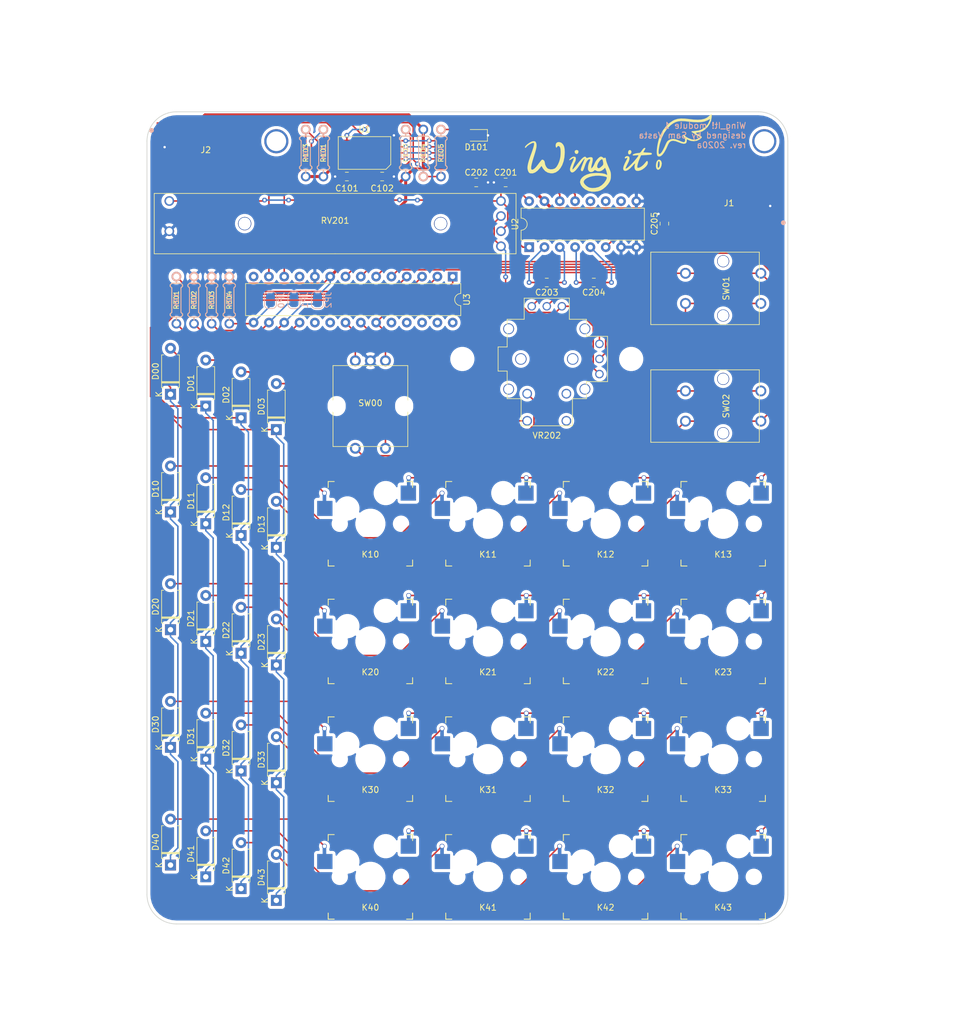
<source format=kicad_pcb>
(kicad_pcb (version 20171130) (host pcbnew "(5.1.4)-1")
  (layers (0 F.Cu signal) (31 B.Cu signal) (34 B.Paste user) (35 F.Paste user) (36 B.SilkS user) (37 F.SilkS user) (38 B.Mask user) (39 F.Mask user) (44 Edge.Cuts user))
  (net 0 "")
  (net 1 GND)
  (net 2 "Net-(C102-Pad1)")
  (net 3 "Net-(C201-Pad2)")
  (net 4 "Net-(C203-Pad2)")
  (net 5 "Net-(C203-Pad1)")
  (net 6 "Net-(C204-Pad2)")
  (net 7 "Net-(C204-Pad1)")
  (net 8 "Net-(C205-Pad1)")
  (net 9 "Net-(D00-Pad2)")
  (net 10 /Col0)
  (net 11 "Net-(D01-Pad2)")
  (net 12 /Col1)
  (net 13 "Net-(D02-Pad2)")
  (net 14 /Col2)
  (net 15 /Col3)
  (net 16 "Net-(D10-Pad2)")
  (net 17 "Net-(D11-Pad2)")
  (net 18 "Net-(D12-Pad2)")
  (net 19 "Net-(D13-Pad2)")
  (net 20 "Net-(D20-Pad2)")
  (net 21 "Net-(D21-Pad2)")
  (net 22 "Net-(D22-Pad2)")
  (net 23 "Net-(D23-Pad2)")
  (net 24 "Net-(D30-Pad2)")
  (net 25 "Net-(D31-Pad2)")
  (net 26 "Net-(D32-Pad2)")
  (net 27 "Net-(D33-Pad2)")
  (net 28 "Net-(D40-Pad2)")
  (net 29 "Net-(D41-Pad2)")
  (net 30 "Net-(D42-Pad2)")
  (net 31 "Net-(D43-Pad2)")
  (net 32 /SCL_IN)
  (net 33 VCC)
  (net 34 /SDA_IN)
  (net 35 "Net-(JP0-Pad1)")
  (net 36 "Net-(JP1-Pad1)")
  (net 37 "Net-(JP2-Pad1)")
  (net 38 /Row1)
  (net 39 /Row2)
  (net 40 /Row3)
  (net 41 /Row4)
  (net 42 /SCK)
  (net 43 /SDA)
  (net 44 "Net-(R104-Pad2)")
  (net 45 "Net-(R301-Pad1)")
  (net 46 /RotEncC)
  (net 47 /RotEncA)
  (net 48 "Net-(RV201-Pad2)")
  (net 49 /Row0)
  (net 50 "Net-(U2-Pad10)")
  (net 51 "Net-(U2-Pad11)")
  (net 52 "Net-(U2-Pad12)")
  (net 53 "Net-(U3-Pad28)")
  (net 54 "Net-(U3-Pad14)")
  (net 55 "Net-(U3-Pad27)")
  (net 56 "Net-(U3-Pad26)")
  (net 57 "Net-(U3-Pad11)")
  (net 58 "Net-(U3-Pad20)")
  (net 59 "Net-(U3-Pad19)")
  (net 60 "Net-(VR202-PadA2)")
  (net 61 "Net-(VR202-PadB2)")
  (net 62 "Net-(D03-Pad2)")
  (net 63 "Net-(U3-Pad25)")
  (net 64 "Net-(U3-Pad24)")
  (net 65 "Net-(D101-Pad2)")
  (module SVastaCustomParts:MountingHole_Imperial4-40_FreeFit (layer F.Cu) (at 159.9 14.625)
    (fp_text reference REF** hide)
    (fp_text value MountingHole_Imperial4-40_FreeFit)
    (pad "" np_thru_hole circle (at 0 0) (size 4 4) (drill 3.26) (layers *.Cu *.Mask))
  )
  (module SVastaCustomParts:MountingHole_Imperial4-40_FreeFit (layer F.Cu) (at 240.825 14.625)
    (fp_text reference REF** hide)
    (fp_text value MountingHole_Imperial4-40_FreeFit)
    (pad "" np_thru_hole circle (at 0 0) (size 4 4) (drill 3.26) (layers *.Cu *.Mask))
  )
  (module SVastaCustomParts:wing_it (layer F.Cu) (at 216.45 16.575)
    (fp_text reference G*** hide)
    (fp_text value LOGO hide)
  )
  (module Capacitor_SMD:C_0805_2012Metric_Pad1.15x1.40mm_HandSolder (layer F.Cu) (at 177.45 20.475)
    (fp_text reference C102 (at 0 1.95) (layer F.SilkS))
    (fp_text value 100nF)
    (pad 2 smd roundrect (at 1.025 0) (size 1.15 1.4) (layers F.Cu F.Paste F.Mask) (roundrect_rratio 0.217391) (net 1 GND))
    (pad 1 smd roundrect (at -1.025 0) (size 1.15 1.4) (layers F.Cu F.Paste F.Mask) (roundrect_rratio 0.217391) (net 2 "Net-(C102-Pad1)"))
  )
  (module keebio:Resistor-Compact (layer B.Cu) (at 181.35 16.575 270)
    (fp_text reference R102 (at 0 0 270) (layer F.SilkS) (effects (font (size 0.8 0.8))))
    (fp_text value 10K (at 0 0 270) (layer B.SilkS) (effects (font (size 0.8 0.8)) (justify mirror)))
    (pad 1 thru_hole circle (at 3.9 0 270) (size 1.6 1.6) (drill 1) (layers *.Cu *.Mask) (net 33 VCC))
    (pad 2 thru_hole circle (at -3.9 0 270) (size 1.6 1.6) (drill 1) (layers *.Cu *.Mask B.SilkS) (net 2 "Net-(C102-Pad1)"))
  )
  (module Capacitor_SMD:C_0805_2012Metric_Pad1.15x1.40mm_HandSolder (layer F.Cu) (at 197.925 21.45)
    (fp_text reference C201 (at 0 -1.65) (layer F.SilkS))
    (fp_text value 1uF)
    (pad 1 smd roundrect (at -1.025 0) (size 1.15 1.4) (layers F.Cu F.Paste F.Mask) (roundrect_rratio 0.217391) (net 1 GND))
    (pad 2 smd roundrect (at 1.025 0) (size 1.15 1.4) (layers F.Cu F.Paste F.Mask) (roundrect_rratio 0.217391) (net 3 "Net-(C201-Pad2)"))
  )
  (module Capacitor_SMD:C_0805_2012Metric_Pad1.15x1.40mm_HandSolder (layer F.Cu) (at 204.75 38.025 180)
    (fp_text reference C203 (at 0 -1.65) (layer F.SilkS))
    (fp_text value 100nF)
    (pad 2 smd roundrect (at 1.025 0 180) (size 1.15 1.4) (layers F.Cu F.Paste F.Mask) (roundrect_rratio 0.217391) (net 4 "Net-(C203-Pad2)"))
    (pad 1 smd roundrect (at -1.025 0 180) (size 1.15 1.4) (layers F.Cu F.Paste F.Mask) (roundrect_rratio 0.217391) (net 5 "Net-(C203-Pad1)"))
  )
  (module SVastaCustomParts:SlidePot_PS45M (layer F.Cu) (at 169.65 28.275 180)
    (fp_text reference RV201 (at 0 0.5) (layer F.SilkS))
    (fp_text value R_POT)
    (pad 1 thru_hole circle (at 27.5 3.75 180) (size 1.6 1.6) (drill 1.1) (layers *.Cu *.Mask) (net 3 "Net-(C201-Pad2)"))
    (pad 3 thru_hole circle (at 27.5 -1.25 180) (size 1.6 1.6) (drill 1.1) (layers *.Cu *.Mask) (net 1 GND))
    (pad 1 thru_hole circle (at -27.5 3.75 180) (size 1.6 1.6) (drill 1.1) (layers *.Cu *.Mask) (net 3 "Net-(C201-Pad2)"))
    (pad 2 thru_hole circle (at -27.5 -3.75 180) (size 1.6 1.6) (drill 1.1) (layers *.Cu *.Mask) (net 48 "Net-(RV201-Pad2)"))
    (pad 2 thru_hole circle (at -27.5 1.25 180) (size 1.6 1.6) (drill 1.1) (layers *.Cu *.Mask) (net 48 "Net-(RV201-Pad2)"))
    (pad 1 thru_hole circle (at -27.5 -1.25 180) (size 1.6 1.6) (drill 1.1) (layers *.Cu *.Mask) (net 3 "Net-(C201-Pad2)"))
    (pad "" np_thru_hole circle (at -17.5 0 180) (size 2.2 2.2) (drill 2) (layers *.Cu *.Mask))
    (pad "" np_thru_hole circle (at 15 0 180) (size 2.2 2.2) (drill 2) (layers *.Cu *.Mask))
  )
  (module keebio:Resistor-Compact (layer B.Cu) (at 152.1 40.95 270)
    (fp_text reference R304 (at 0 0 270) (layer F.SilkS) (effects (font (size 0.8 0.8))))
    (fp_text value 10K (at 0 0 270) (layer B.SilkS) (effects (font (size 0.8 0.8)) (justify mirror)))
    (pad 1 thru_hole circle (at 3.9 0 270) (size 1.6 1.6) (drill 1) (layers *.Cu *.Mask) (net 35 "Net-(JP0-Pad1)"))
    (pad 2 thru_hole circle (at -3.9 0 270) (size 1.6 1.6) (drill 1) (layers *.Cu *.Mask B.SilkS) (net 1 GND))
  )
  (module keebio:Resistor-Compact (layer B.Cu) (at 149.175 40.95 270)
    (fp_text reference R303 (at 0 0 270) (layer F.SilkS) (effects (font (size 0.8 0.8))))
    (fp_text value 10K (at 0 0 270) (layer B.SilkS) (effects (font (size 0.8 0.8)) (justify mirror)))
    (pad 1 thru_hole circle (at 3.9 0 270) (size 1.6 1.6) (drill 1) (layers *.Cu *.Mask) (net 36 "Net-(JP1-Pad1)"))
    (pad 2 thru_hole circle (at -3.9 0 270) (size 1.6 1.6) (drill 1) (layers *.Cu *.Mask B.SilkS) (net 1 GND))
  )
  (module keebio:Resistor-Compact (layer B.Cu) (at 146.25 40.95 270)
    (fp_text reference R302 (at 0 0 270) (layer F.SilkS) (effects (font (size 0.8 0.8))))
    (fp_text value 10K (at 0 0 270) (layer B.SilkS) (effects (font (size 0.8 0.8)) (justify mirror)))
    (pad 1 thru_hole circle (at 3.9 0 270) (size 1.6 1.6) (drill 1) (layers *.Cu *.Mask) (net 37 "Net-(JP2-Pad1)"))
    (pad 2 thru_hole circle (at -3.9 0 270) (size 1.6 1.6) (drill 1) (layers *.Cu *.Mask B.SilkS) (net 1 GND))
  )
  (module keebio:Resistor-Compact (layer B.Cu) (at 143.325 40.95 270)
    (fp_text reference R301 (at 0 0 270) (layer F.SilkS) (effects (font (size 0.8 0.8))))
    (fp_text value 10K (at 0 0 270) (layer B.SilkS) (effects (font (size 0.8 0.8)) (justify mirror)))
    (pad 1 thru_hole circle (at 3.9 0 270) (size 1.6 1.6) (drill 1) (layers *.Cu *.Mask) (net 45 "Net-(R301-Pad1)"))
    (pad 2 thru_hole circle (at -3.9 0 270) (size 1.6 1.6) (drill 1) (layers *.Cu *.Mask B.SilkS) (net 33 VCC))
  )
  (module keebio:Resistor-Compact (layer B.Cu) (at 187.2 16.575 270)
    (fp_text reference R105 (at 0 0 90) (layer F.SilkS) (effects (font (size 0.8 0.8))))
    (fp_text value 470 (at 0 0 90) (layer B.SilkS) (effects (font (size 0.8 0.8)) (justify mirror)))
    (pad 1 thru_hole circle (at 3.9 0 270) (size 1.6 1.6) (drill 1) (layers *.Cu *.Mask) (net 44 "Net-(R104-Pad2)"))
    (pad 2 thru_hole circle (at -3.9 0 270) (size 1.6 1.6) (drill 1) (layers *.Cu *.Mask B.SilkS) (net 65 "Net-(D101-Pad2)"))
  )
  (module keebio:Resistor-Compact (layer B.Cu) (at 184.275 16.575 90)
    (fp_text reference R104 (at 0 0 90) (layer F.SilkS) (effects (font (size 0.8 0.8))))
    (fp_text value 10K (at 0 0 90) (layer B.SilkS) (effects (font (size 0.8 0.8)) (justify mirror)))
    (pad 1 thru_hole circle (at 3.9 0 90) (size 1.6 1.6) (drill 1) (layers *.Cu *.Mask) (net 33 VCC))
    (pad 2 thru_hole circle (at -3.9 0 90) (size 1.6 1.6) (drill 1) (layers *.Cu *.Mask B.SilkS) (net 44 "Net-(R104-Pad2)"))
  )
  (module keebio:Resistor-Compact (layer B.Cu) (at 164.775 16.575 270)
    (fp_text reference R103 (at 0 0 90) (layer F.SilkS) (effects (font (size 0.8 0.8))))
    (fp_text value 10K (at 0 0 90) (layer B.SilkS) (effects (font (size 0.8 0.8)) (justify mirror)))
    (pad 1 thru_hole circle (at 3.9 0 270) (size 1.6 1.6) (drill 1) (layers *.Cu *.Mask) (net 33 VCC))
    (pad 2 thru_hole circle (at -3.9 0 270) (size 1.6 1.6) (drill 1) (layers *.Cu *.Mask B.SilkS) (net 43 /SDA))
  )
  (module keebio:Resistor-Compact (layer B.Cu) (at 167.7 16.575 270)
    (fp_text reference R101 (at 0 0 90) (layer F.SilkS) (effects (font (size 0.8 0.8))))
    (fp_text value 10K (at 0 0 90) (layer B.SilkS) (effects (font (size 0.8 0.8)) (justify mirror)))
    (pad 1 thru_hole circle (at 3.9 0 270) (size 1.6 1.6) (drill 1) (layers *.Cu *.Mask) (net 33 VCC))
    (pad 2 thru_hole circle (at -3.9 0 270) (size 1.6 1.6) (drill 1) (layers *.Cu *.Mask B.SilkS) (net 42 /SCK))
  )
  (module SVastaCustomParts:RKJXV1224_AnalogJoystick (layer F.Cu) (at 204.75 50.7)
    (fp_text reference VR202 (at 0 12.675 180) (layer F.SilkS))
    (fp_text value RKJXV1224005_ThumbJoystick)
    (pad "" np_thru_hole circle (at -14 0 180) (size 3 3) (drill 3) (layers *.Cu *.Mask))
    (pad "" np_thru_hole circle (at 14 0) (size 3 3) (drill 3) (layers *.Cu *.Mask))
    (pad B1 thru_hole circle (at -3.25 10.25 90) (size 1.6 1.6) (drill 1.2) (layers *.Cu *.Mask) (net 49 /Row0))
    (pad A1 thru_hole circle (at -3.25 5.75 90) (size 1.6 1.6) (drill 1.2) (layers *.Cu *.Mask) (net 11 "Net-(D01-Pad2)"))
    (pad A2 thru_hole circle (at 3.25 5.75 90) (size 1.6 1.6) (drill 1.2) (layers *.Cu *.Mask) (net 60 "Net-(VR202-PadA2)"))
    (pad B2 thru_hole circle (at 3.25 10.25 90) (size 1.6 1.6) (drill 1.2) (layers *.Cu *.Mask) (net 61 "Net-(VR202-PadB2)"))
    (pad X3 thru_hole circle (at -2.5 -8.73 90) (size 1.4 1.4) (drill 1) (layers *.Cu *.Mask) (net 4 "Net-(C203-Pad2)"))
    (pad X1 thru_hole circle (at 2.5 -8.73 90) (size 1.4 1.4) (drill 1) (layers *.Cu *.Mask) (net 48 "Net-(RV201-Pad2)"))
    (pad X2 thru_hole circle (at 0 -8.73 90) (size 1.4 1.4) (drill 1) (layers *.Cu *.Mask) (net 5 "Net-(C203-Pad1)"))
    (pad "" np_thru_hole circle (at 6.325 -5) (size 1.8 1.8) (drill 1.5) (layers *.Cu *.Mask))
    (pad "" np_thru_hole circle (at -6.325 -5) (size 1.8 1.8) (drill 1.5) (layers *.Cu *.Mask))
    (pad "" np_thru_hole circle (at -6.325 5) (size 1.8 1.8) (drill 1.5) (layers *.Cu *.Mask))
    (pad "" np_thru_hole circle (at 6.325 5) (size 1.8 1.8) (drill 1.5) (layers *.Cu *.Mask))
    (pad "" np_thru_hole circle (at 4.3 0) (size 1.9 1.9) (drill 1.6) (layers *.Cu *.Mask))
    (pad "" np_thru_hole circle (at -4.3 0) (size 1.9 1.9) (drill 1.6) (layers *.Cu *.Mask))
    (pad Y2 thru_hole circle (at 8.73 0) (size 1.4 1.4) (drill 1) (layers *.Cu *.Mask) (net 7 "Net-(C204-Pad1)"))
    (pad Y3 thru_hole circle (at 8.73 -2.5) (size 1.4 1.4) (drill 1) (layers *.Cu *.Mask) (net 6 "Net-(C204-Pad2)"))
    (pad Y1 thru_hole circle (at 8.73 2.5) (size 1.4 1.4) (drill 1) (layers *.Cu *.Mask) (net 48 "Net-(RV201-Pad2)"))
  )
  (module Diode_SMD:D_0805_2012Metric_Pad1.15x1.40mm_HandSolder (layer F.Cu) (at 193.05 13.65 180)
    (fp_text reference D101 (at 0 -1.95) (layer F.SilkS))
    (fp_text value LED)
    (pad 2 smd roundrect (at 1.025 0 180) (size 1.15 1.4) (layers F.Cu F.Paste F.Mask) (roundrect_rratio 0.217391) (net 65 "Net-(D101-Pad2)"))
    (pad 1 smd roundrect (at -1.025 0 180) (size 1.15 1.4) (layers F.Cu F.Paste F.Mask) (roundrect_rratio 0.217391) (net 1 GND))
  )
  (module SVastaCustomParts:PEC12R-4xxxF-Sxxxx_Rotary_Encoder (layer F.Cu) (at 175.5 58.5 180)
    (fp_text reference SW00 (at 0 0.5) (layer F.SilkS))
    (fp_text value Rotary_Encoder_Switch)
    (pad "" np_thru_hole oval (at 5.6 0 180) (size 2 2.3) (drill oval 2 2.3) (layers *.Cu *.Mask))
    (pad "" np_thru_hole oval (at -5.6 0 180) (size 2 2.3) (drill oval 2 2.3) (layers *.Cu *.Mask))
    (pad B thru_hole circle (at 2.5 7.5 180) (size 1.8 1.8) (drill 1.1) (layers *.Cu *.Mask) (net 46 /RotEncC))
    (pad C thru_hole circle (at 0 7.5 180) (size 1.8 1.8) (drill 1.1) (layers *.Cu *.Mask) (net 1 GND))
    (pad A thru_hole circle (at -2.5 7.5 180) (size 1.8 1.8) (drill 1.1) (layers *.Cu *.Mask) (net 47 /RotEncA))
    (pad S2 thru_hole circle (at 2.5 -7 180) (size 1.8 1.8) (drill 1.1) (layers *.Cu *.Mask) (net 49 /Row0))
    (pad S1 thru_hole circle (at -2.5 -7 180) (size 1.8 1.8) (drill 1.1) (layers *.Cu *.Mask) (net 9 "Net-(D00-Pad2)"))
  )
  (module Diode_THT:D_A-405_P7.62mm_Horizontal (layer F.Cu) (at 159.9 140.4 90)
    (fp_text reference D43 (at 3.81 -2.47 90) (layer F.SilkS))
    (fp_text value D)
    (fp_text user K (at 0 -1.9 90) (layer F.SilkS))
    (pad 2 thru_hole oval (at 7.62 0 90) (size 1.8 1.8) (drill 0.9) (layers *.Cu *.Mask) (net 31 "Net-(D43-Pad2)"))
    (pad 1 thru_hole rect (at 0 0 90) (size 1.8 1.8) (drill 0.9) (layers *.Cu *.Mask) (net 15 /Col3))
  )
  (module Diode_THT:D_A-405_P7.62mm_Horizontal (layer F.Cu) (at 154.05 138.45 90)
    (fp_text reference D42 (at 3.81 -2.47 90) (layer F.SilkS))
    (fp_text value D)
    (fp_text user K (at 0 -1.9 90) (layer F.SilkS))
    (pad 2 thru_hole oval (at 7.62 0 90) (size 1.8 1.8) (drill 0.9) (layers *.Cu *.Mask) (net 30 "Net-(D42-Pad2)"))
    (pad 1 thru_hole rect (at 0 0 90) (size 1.8 1.8) (drill 0.9) (layers *.Cu *.Mask) (net 14 /Col2))
  )
  (module Diode_THT:D_A-405_P7.62mm_Horizontal (layer F.Cu) (at 148.2 136.5 90)
    (fp_text reference D41 (at 3.81 -2.47 90) (layer F.SilkS))
    (fp_text value D)
    (fp_text user K (at 0 -1.9 90) (layer F.SilkS))
    (pad 2 thru_hole oval (at 7.62 0 90) (size 1.8 1.8) (drill 0.9) (layers *.Cu *.Mask) (net 29 "Net-(D41-Pad2)"))
    (pad 1 thru_hole rect (at 0 0 90) (size 1.8 1.8) (drill 0.9) (layers *.Cu *.Mask) (net 12 /Col1))
  )
  (module Diode_THT:D_A-405_P7.62mm_Horizontal (layer F.Cu) (at 142.35 134.55 90)
    (fp_text reference D40 (at 3.81 -2.47 90) (layer F.SilkS))
    (fp_text value D)
    (fp_text user K (at 0 -1.9 90) (layer F.SilkS))
    (pad 2 thru_hole oval (at 7.62 0 90) (size 1.8 1.8) (drill 0.9) (layers *.Cu *.Mask) (net 28 "Net-(D40-Pad2)"))
    (pad 1 thru_hole rect (at 0 0 90) (size 1.8 1.8) (drill 0.9) (layers *.Cu *.Mask) (net 10 /Col0))
  )
  (module Diode_THT:D_A-405_P7.62mm_Horizontal (layer F.Cu) (at 159.9 120.9 90)
    (fp_text reference D33 (at 3.81 -2.47 90) (layer F.SilkS))
    (fp_text value D)
    (fp_text user K (at 0 -1.9 90) (layer F.SilkS))
    (pad 2 thru_hole oval (at 7.62 0 90) (size 1.8 1.8) (drill 0.9) (layers *.Cu *.Mask) (net 27 "Net-(D33-Pad2)"))
    (pad 1 thru_hole rect (at 0 0 90) (size 1.8 1.8) (drill 0.9) (layers *.Cu *.Mask) (net 15 /Col3))
  )
  (module Diode_THT:D_A-405_P7.62mm_Horizontal (layer F.Cu) (at 154.05 118.95 90)
    (fp_text reference D32 (at 3.81 -2.47 90) (layer F.SilkS))
    (fp_text value D)
    (fp_text user K (at 0 -1.9 90) (layer F.SilkS))
    (pad 2 thru_hole oval (at 7.62 0 90) (size 1.8 1.8) (drill 0.9) (layers *.Cu *.Mask) (net 26 "Net-(D32-Pad2)"))
    (pad 1 thru_hole rect (at 0 0 90) (size 1.8 1.8) (drill 0.9) (layers *.Cu *.Mask) (net 14 /Col2))
  )
  (module Diode_THT:D_A-405_P7.62mm_Horizontal (layer F.Cu) (at 148.2 117 90)
    (fp_text reference D31 (at 3.81 -2.47 90) (layer F.SilkS))
    (fp_text value D)
    (fp_text user K (at 0 -1.9 90) (layer F.SilkS))
    (pad 2 thru_hole oval (at 7.62 0 90) (size 1.8 1.8) (drill 0.9) (layers *.Cu *.Mask) (net 25 "Net-(D31-Pad2)"))
    (pad 1 thru_hole rect (at 0 0 90) (size 1.8 1.8) (drill 0.9) (layers *.Cu *.Mask) (net 12 /Col1))
  )
  (module Diode_THT:D_A-405_P7.62mm_Horizontal (layer F.Cu) (at 142.35 115.05 90)
    (fp_text reference D30 (at 3.81 -2.47 90) (layer F.SilkS))
    (fp_text value D)
    (fp_text user K (at 0 -1.9 90) (layer F.SilkS))
    (pad 2 thru_hole oval (at 7.62 0 90) (size 1.8 1.8) (drill 0.9) (layers *.Cu *.Mask) (net 24 "Net-(D30-Pad2)"))
    (pad 1 thru_hole rect (at 0 0 90) (size 1.8 1.8) (drill 0.9) (layers *.Cu *.Mask) (net 10 /Col0))
  )
  (module Diode_THT:D_A-405_P7.62mm_Horizontal (layer F.Cu) (at 159.9 101.4 90)
    (fp_text reference D23 (at 3.81 -2.47 90) (layer F.SilkS))
    (fp_text value D)
    (fp_text user K (at 0 -1.9 90) (layer F.SilkS))
    (pad 2 thru_hole oval (at 7.62 0 90) (size 1.8 1.8) (drill 0.9) (layers *.Cu *.Mask) (net 23 "Net-(D23-Pad2)"))
    (pad 1 thru_hole rect (at 0 0 90) (size 1.8 1.8) (drill 0.9) (layers *.Cu *.Mask) (net 15 /Col3))
  )
  (module Diode_THT:D_A-405_P7.62mm_Horizontal (layer F.Cu) (at 154.05 99.45 90)
    (fp_text reference D22 (at 3.81 -2.47 90) (layer F.SilkS))
    (fp_text value D)
    (fp_text user K (at 0 -1.9 90) (layer F.SilkS))
    (pad 2 thru_hole oval (at 7.62 0 90) (size 1.8 1.8) (drill 0.9) (layers *.Cu *.Mask) (net 22 "Net-(D22-Pad2)"))
    (pad 1 thru_hole rect (at 0 0 90) (size 1.8 1.8) (drill 0.9) (layers *.Cu *.Mask) (net 14 /Col2))
  )
  (module Diode_THT:D_A-405_P7.62mm_Horizontal (layer F.Cu) (at 148.2 97.5 90)
    (fp_text reference D21 (at 3.81 -2.47 90) (layer F.SilkS))
    (fp_text value D)
    (fp_text user K (at 0 -1.9 90) (layer F.SilkS))
    (pad 2 thru_hole oval (at 7.62 0 90) (size 1.8 1.8) (drill 0.9) (layers *.Cu *.Mask) (net 21 "Net-(D21-Pad2)"))
    (pad 1 thru_hole rect (at 0 0 90) (size 1.8 1.8) (drill 0.9) (layers *.Cu *.Mask) (net 12 /Col1))
  )
  (module Diode_THT:D_A-405_P7.62mm_Horizontal (layer F.Cu) (at 142.35 95.55 90)
    (fp_text reference D20 (at 3.81 -2.47 90) (layer F.SilkS))
    (fp_text value D)
    (fp_text user K (at 0 -1.9 90) (layer F.SilkS))
    (pad 2 thru_hole oval (at 7.62 0 90) (size 1.8 1.8) (drill 0.9) (layers *.Cu *.Mask) (net 20 "Net-(D20-Pad2)"))
    (pad 1 thru_hole rect (at 0 0 90) (size 1.8 1.8) (drill 0.9) (layers *.Cu *.Mask) (net 10 /Col0))
  )
  (module Diode_THT:D_A-405_P7.62mm_Horizontal (layer F.Cu) (at 159.9 81.9 90)
    (fp_text reference D13 (at 3.81 -2.47 90) (layer F.SilkS))
    (fp_text value D)
    (fp_text user K (at 0 -1.9 90) (layer F.SilkS))
    (pad 2 thru_hole oval (at 7.62 0 90) (size 1.8 1.8) (drill 0.9) (layers *.Cu *.Mask) (net 19 "Net-(D13-Pad2)"))
    (pad 1 thru_hole rect (at 0 0 90) (size 1.8 1.8) (drill 0.9) (layers *.Cu *.Mask) (net 15 /Col3))
  )
  (module Diode_THT:D_A-405_P7.62mm_Horizontal (layer F.Cu) (at 154.05 79.95 90)
    (fp_text reference D12 (at 3.81 -2.47 90) (layer F.SilkS))
    (fp_text value D)
    (fp_text user K (at 0 -1.9 90) (layer F.SilkS))
    (pad 2 thru_hole oval (at 7.62 0 90) (size 1.8 1.8) (drill 0.9) (layers *.Cu *.Mask) (net 18 "Net-(D12-Pad2)"))
    (pad 1 thru_hole rect (at 0 0 90) (size 1.8 1.8) (drill 0.9) (layers *.Cu *.Mask) (net 14 /Col2))
  )
  (module Diode_THT:D_A-405_P7.62mm_Horizontal (layer F.Cu) (at 148.2 78 90)
    (fp_text reference D11 (at 3.81 -2.47 90) (layer F.SilkS))
    (fp_text value D)
    (fp_text user K (at 0 -1.9 90) (layer F.SilkS))
    (pad 2 thru_hole oval (at 7.62 0 90) (size 1.8 1.8) (drill 0.9) (layers *.Cu *.Mask) (net 17 "Net-(D11-Pad2)"))
    (pad 1 thru_hole rect (at 0 0 90) (size 1.8 1.8) (drill 0.9) (layers *.Cu *.Mask) (net 12 /Col1))
  )
  (module Diode_THT:D_A-405_P7.62mm_Horizontal (layer F.Cu) (at 142.35 76.05 90)
    (fp_text reference D10 (at 3.81 -2.47 90) (layer F.SilkS))
    (fp_text value D)
    (fp_text user K (at 0 -1.9 90) (layer F.SilkS))
    (pad 2 thru_hole oval (at 7.62 0 90) (size 1.8 1.8) (drill 0.9) (layers *.Cu *.Mask) (net 16 "Net-(D10-Pad2)"))
    (pad 1 thru_hole rect (at 0 0 90) (size 1.8 1.8) (drill 0.9) (layers *.Cu *.Mask) (net 10 /Col0))
  )
  (module Diode_THT:D_A-405_P7.62mm_Horizontal (layer F.Cu) (at 148.2 58.5 90)
    (fp_text reference D01 (at 3.81 -2.47 90) (layer F.SilkS))
    (fp_text value D)
    (fp_text user K (at 0 -1.9 90) (layer F.SilkS))
    (pad 2 thru_hole oval (at 7.62 0 90) (size 1.8 1.8) (drill 0.9) (layers *.Cu *.Mask) (net 11 "Net-(D01-Pad2)"))
    (pad 1 thru_hole rect (at 0 0 90) (size 1.8 1.8) (drill 0.9) (layers *.Cu *.Mask) (net 12 /Col1))
  )
  (module Diode_THT:D_A-405_P7.62mm_Horizontal (layer F.Cu) (at 159.9 62.4 90)
    (fp_text reference D03 (at 3.81 -2.47 90) (layer F.SilkS))
    (fp_text value D)
    (fp_text user K (at 0 -1.9 90) (layer F.SilkS))
    (pad 2 thru_hole oval (at 7.62 0 90) (size 1.8 1.8) (drill 0.9) (layers *.Cu *.Mask) (net 62 "Net-(D03-Pad2)"))
    (pad 1 thru_hole rect (at 0 0 90) (size 1.8 1.8) (drill 0.9) (layers *.Cu *.Mask) (net 15 /Col3))
  )
  (module Diode_THT:D_A-405_P7.62mm_Horizontal (layer F.Cu) (at 154.05 60.45 90)
    (fp_text reference D02 (at 3.81 -2.47 90) (layer F.SilkS))
    (fp_text value D)
    (fp_text user K (at 0 -1.9 90) (layer F.SilkS))
    (pad 2 thru_hole oval (at 7.62 0 90) (size 1.8 1.8) (drill 0.9) (layers *.Cu *.Mask) (net 13 "Net-(D02-Pad2)"))
    (pad 1 thru_hole rect (at 0 0 90) (size 1.8 1.8) (drill 0.9) (layers *.Cu *.Mask) (net 14 /Col2))
  )
  (module Diode_THT:D_A-405_P7.62mm_Horizontal (layer F.Cu) (at 142.35 56.55 90)
    (fp_text reference D00 (at 3.81 -2.47 90) (layer F.SilkS))
    (fp_text value D)
    (fp_text user K (at 0 -1.9 90) (layer F.SilkS))
    (pad 2 thru_hole oval (at 7.62 0 90) (size 1.8 1.8) (drill 0.9) (layers *.Cu *.Mask) (net 9 "Net-(D00-Pad2)"))
    (pad 1 thru_hole rect (at 0 0 90) (size 1.8 1.8) (drill 0.9) (layers *.Cu *.Mask) (net 10 /Col0))
  )
  (module Package_DIP:DIP-16_W7.62mm (layer F.Cu) (at 201.825 32.175 90)
    (fp_text reference U2 (at 3.81 -2.33 90) (layer F.SilkS))
    (fp_text value NAU7802)
    (pad 16 thru_hole oval (at 7.62 0 90) (size 1.6 1.6) (drill 0.8) (layers *.Cu *.Mask) (net 3 "Net-(C201-Pad2)"))
    (pad 8 thru_hole oval (at 0 17.78 90) (size 1.6 1.6) (drill 0.8) (layers *.Cu *.Mask) (net 1 GND))
    (pad 15 thru_hole oval (at 7.62 2.54 90) (size 1.6 1.6) (drill 0.8) (layers *.Cu *.Mask) (net 33 VCC))
    (pad 7 thru_hole oval (at 0 15.24 90) (size 1.6 1.6) (drill 0.8) (layers *.Cu *.Mask) (net 1 GND))
    (pad 14 thru_hole oval (at 7.62 5.08 90) (size 1.6 1.6) (drill 0.8) (layers *.Cu *.Mask) (net 43 /SDA))
    (pad 6 thru_hole oval (at 0 12.7 90) (size 1.6 1.6) (drill 0.8) (layers *.Cu *.Mask) (net 8 "Net-(C205-Pad1)"))
    (pad 13 thru_hole oval (at 7.62 7.62 90) (size 1.6 1.6) (drill 0.8) (layers *.Cu *.Mask) (net 42 /SCK))
    (pad 5 thru_hole oval (at 0 10.16 90) (size 1.6 1.6) (drill 0.8) (layers *.Cu *.Mask) (net 7 "Net-(C204-Pad1)"))
    (pad 12 thru_hole oval (at 7.62 10.16 90) (size 1.6 1.6) (drill 0.8) (layers *.Cu *.Mask) (net 52 "Net-(U2-Pad12)"))
    (pad 4 thru_hole oval (at 0 7.62 90) (size 1.6 1.6) (drill 0.8) (layers *.Cu *.Mask) (net 6 "Net-(C204-Pad2)"))
    (pad 11 thru_hole oval (at 7.62 12.7 90) (size 1.6 1.6) (drill 0.8) (layers *.Cu *.Mask) (net 51 "Net-(U2-Pad11)"))
    (pad 3 thru_hole oval (at 0 5.08 90) (size 1.6 1.6) (drill 0.8) (layers *.Cu *.Mask) (net 5 "Net-(C203-Pad1)"))
    (pad 10 thru_hole oval (at 7.62 15.24 90) (size 1.6 1.6) (drill 0.8) (layers *.Cu *.Mask) (net 50 "Net-(U2-Pad10)"))
    (pad 2 thru_hole oval (at 0 2.54 90) (size 1.6 1.6) (drill 0.8) (layers *.Cu *.Mask) (net 4 "Net-(C203-Pad2)"))
    (pad 9 thru_hole oval (at 7.62 17.78 90) (size 1.6 1.6) (drill 0.8) (layers *.Cu *.Mask) (net 1 GND))
    (pad 1 thru_hole rect (at 0 0 90) (size 1.6 1.6) (drill 0.8) (layers *.Cu *.Mask) (net 3 "Net-(C201-Pad2)"))
  )
  (module Package_DIP:DIP-28_W7.62mm (layer F.Cu) (at 189.15 37.05 270)
    (fp_text reference U3 (at 3.81 -2.33 90) (layer F.SilkS))
    (fp_text value MCP23017_SP)
    (pad 28 thru_hole oval (at 7.62 0 270) (size 1.6 1.6) (drill 0.8) (layers *.Cu *.Mask) (net 53 "Net-(U3-Pad28)"))
    (pad 14 thru_hole oval (at 0 33.02 270) (size 1.6 1.6) (drill 0.8) (layers *.Cu *.Mask) (net 54 "Net-(U3-Pad14)"))
    (pad 27 thru_hole oval (at 7.62 2.54 270) (size 1.6 1.6) (drill 0.8) (layers *.Cu *.Mask) (net 55 "Net-(U3-Pad27)"))
    (pad 13 thru_hole oval (at 0 30.48 270) (size 1.6 1.6) (drill 0.8) (layers *.Cu *.Mask) (net 43 /SDA))
    (pad 26 thru_hole oval (at 7.62 5.08 270) (size 1.6 1.6) (drill 0.8) (layers *.Cu *.Mask) (net 56 "Net-(U3-Pad26)"))
    (pad 12 thru_hole oval (at 0 27.94 270) (size 1.6 1.6) (drill 0.8) (layers *.Cu *.Mask) (net 42 /SCK))
    (pad 25 thru_hole oval (at 7.62 7.62 270) (size 1.6 1.6) (drill 0.8) (layers *.Cu *.Mask) (net 63 "Net-(U3-Pad25)"))
    (pad 11 thru_hole oval (at 0 25.4 270) (size 1.6 1.6) (drill 0.8) (layers *.Cu *.Mask) (net 57 "Net-(U3-Pad11)"))
    (pad 24 thru_hole oval (at 7.62 10.16 270) (size 1.6 1.6) (drill 0.8) (layers *.Cu *.Mask) (net 64 "Net-(U3-Pad24)"))
    (pad 10 thru_hole oval (at 0 22.86 270) (size 1.6 1.6) (drill 0.8) (layers *.Cu *.Mask) (net 1 GND))
    (pad 23 thru_hole oval (at 7.62 12.7 270) (size 1.6 1.6) (drill 0.8) (layers *.Cu *.Mask) (net 49 /Row0))
    (pad 9 thru_hole oval (at 0 20.32 270) (size 1.6 1.6) (drill 0.8) (layers *.Cu *.Mask) (net 33 VCC))
    (pad 22 thru_hole oval (at 7.62 15.24 270) (size 1.6 1.6) (drill 0.8) (layers *.Cu *.Mask) (net 47 /RotEncA))
    (pad 8 thru_hole oval (at 0 17.78 270) (size 1.6 1.6) (drill 0.8) (layers *.Cu *.Mask) (net 41 /Row4))
    (pad 21 thru_hole oval (at 7.62 17.78 270) (size 1.6 1.6) (drill 0.8) (layers *.Cu *.Mask) (net 46 /RotEncC))
    (pad 7 thru_hole oval (at 0 15.24 270) (size 1.6 1.6) (drill 0.8) (layers *.Cu *.Mask) (net 40 /Row3))
    (pad 20 thru_hole oval (at 7.62 20.32 270) (size 1.6 1.6) (drill 0.8) (layers *.Cu *.Mask) (net 58 "Net-(U3-Pad20)"))
    (pad 6 thru_hole oval (at 0 12.7 270) (size 1.6 1.6) (drill 0.8) (layers *.Cu *.Mask) (net 39 /Row2))
    (pad 19 thru_hole oval (at 7.62 22.86 270) (size 1.6 1.6) (drill 0.8) (layers *.Cu *.Mask) (net 59 "Net-(U3-Pad19)"))
    (pad 5 thru_hole oval (at 0 10.16 270) (size 1.6 1.6) (drill 0.8) (layers *.Cu *.Mask) (net 38 /Row1))
    (pad 18 thru_hole oval (at 7.62 25.4 270) (size 1.6 1.6) (drill 0.8) (layers *.Cu *.Mask) (net 45 "Net-(R301-Pad1)"))
    (pad 4 thru_hole oval (at 0 7.62 270) (size 1.6 1.6) (drill 0.8) (layers *.Cu *.Mask) (net 15 /Col3))
    (pad 17 thru_hole oval (at 7.62 27.94 270) (size 1.6 1.6) (drill 0.8) (layers *.Cu *.Mask) (net 37 "Net-(JP2-Pad1)"))
    (pad 3 thru_hole oval (at 0 5.08 270) (size 1.6 1.6) (drill 0.8) (layers *.Cu *.Mask) (net 14 /Col2))
    (pad 16 thru_hole oval (at 7.62 30.48 270) (size 1.6 1.6) (drill 0.8) (layers *.Cu *.Mask) (net 36 "Net-(JP1-Pad1)"))
    (pad 2 thru_hole oval (at 0 2.54 270) (size 1.6 1.6) (drill 0.8) (layers *.Cu *.Mask) (net 12 /Col1))
    (pad 15 thru_hole oval (at 7.62 33.02 270) (size 1.6 1.6) (drill 0.8) (layers *.Cu *.Mask) (net 35 "Net-(JP0-Pad1)"))
    (pad 1 thru_hole rect (at 0 0 270) (size 1.6 1.6) (drill 0.8) (layers *.Cu *.Mask) (net 10 /Col0))
  )
  (module SVastaCustomParts:PI6ULS5V9511A_I2C_HotSwap (layer F.Cu) (at 174.525 16.575 90)
    (fp_text reference U1 (at 3.9 0) (layer F.SilkS))
    (fp_text value PI6ULS5V9511AWEX_I2C_HotSwap hide)
    (pad 4 smd rect (at 1.905 2.75 90) (size 0.6 2.2) (layers F.Cu F.Paste F.Mask) (net 1 GND))
    (pad 5 smd rect (at 1.905 -2.75 90) (size 0.6 2.2) (layers F.Cu F.Paste F.Mask) (net 44 "Net-(R104-Pad2)"))
    (pad 3 smd rect (at 0.635 2.75 90) (size 0.6 2.2) (layers F.Cu F.Paste F.Mask) (net 32 /SCL_IN))
    (pad 6 smd rect (at 0.635 -2.75 90) (size 0.6 2.2) (layers F.Cu F.Paste F.Mask) (net 34 /SDA_IN))
    (pad 2 smd rect (at -0.635 2.75 90) (size 0.6 2.2) (layers F.Cu F.Paste F.Mask) (net 42 /SCK))
    (pad 7 smd rect (at -0.635 -2.75 90) (size 0.6 2.2) (layers F.Cu F.Paste F.Mask) (net 43 /SDA))
    (pad 1 smd rect (at -1.905 2.75 90) (size 0.6 2.2) (layers F.Cu F.Paste F.Mask) (net 2 "Net-(C102-Pad1)"))
    (pad 8 smd rect (at -1.905 -2.75 90) (size 0.6 2.2) (layers F.Cu F.Paste F.Mask) (net 33 VCC))
  )
  (module SVastaCustomParts:B3J-1100_Switch (layer F.Cu) (at 234 58.5 90)
    (fp_text reference SW02 (at 0 0.5 90) (layer F.SilkS))
    (fp_text value SW_SPST)
    (pad 1 thru_hole circle (at -2.5 -6.25 90) (size 1.8 1.8) (drill 1.2) (layers *.Cu *.Mask) (net 49 /Row0))
    (pad 2 thru_hole circle (at 2.5 -6.25 90) (size 1.8 1.8) (drill 1.2) (layers *.Cu *.Mask) (net 62 "Net-(D03-Pad2)"))
    (pad 1 thru_hole circle (at -2.5 6.25 90) (size 1.8 1.8) (drill 1.2) (layers *.Cu *.Mask) (net 49 /Row0))
    (pad 2 thru_hole circle (at 2.5 6.25 90) (size 1.8 1.8) (drill 1.2) (layers *.Cu *.Mask) (net 62 "Net-(D03-Pad2)"))
    (pad "" np_thru_hole circle (at -4.5 0 90) (size 2 2) (drill 1.8) (layers *.Cu *.Mask))
    (pad "" np_thru_hole circle (at 4.5 0 90) (size 2 2) (drill 1.8) (layers *.Cu *.Mask))
  )
  (module SVastaCustomParts:B3J-1100_Switch (layer F.Cu) (at 234 39 90)
    (fp_text reference SW01 (at 0 0.5 90) (layer F.SilkS))
    (fp_text value SW_SPST)
    (pad 1 thru_hole circle (at -2.5 -6.25 90) (size 1.8 1.8) (drill 1.2) (layers *.Cu *.Mask) (net 13 "Net-(D02-Pad2)"))
    (pad 2 thru_hole circle (at 2.5 -6.25 90) (size 1.8 1.8) (drill 1.2) (layers *.Cu *.Mask) (net 49 /Row0))
    (pad 1 thru_hole circle (at -2.5 6.25 90) (size 1.8 1.8) (drill 1.2) (layers *.Cu *.Mask) (net 13 "Net-(D02-Pad2)"))
    (pad 2 thru_hole circle (at 2.5 6.25 90) (size 1.8 1.8) (drill 1.2) (layers *.Cu *.Mask) (net 49 /Row0))
    (pad "" np_thru_hole circle (at -4.5 0 90) (size 2 2) (drill 1.8) (layers *.Cu *.Mask))
    (pad "" np_thru_hole circle (at 4.5 0 90) (size 2 2) (drill 1.8) (layers *.Cu *.Mask))
  )
  (module SVastaCustomParts:Kailh_socket_vias (layer F.Cu) (at 234 136.5)
    (fp_text reference K43 (at 0 5.08) (layer F.SilkS))
    (fp_text value SW_SPST)
    (pad 2 connect rect (at -7.62 -3.81 270) (size 3 0.6) (layers B.Cu B.Mask) (net 31 "Net-(D43-Pad2)"))
    (pad 1 connect rect (at 6.35 -6.35 90) (size 3 0.6) (layers B.Cu B.Mask) (net 41 /Row4))
    (pad 2 thru_hole circle (at -7.62 -5.08 270) (size 0.8 0.8) (drill 0.6) (layers *.Cu *.Mask) (net 31 "Net-(D43-Pad2)"))
    (pad 1 thru_hole circle (at 6.35 -7.62 90) (size 0.8 0.8) (drill 0.6) (layers *.Cu *.Mask) (net 41 /Row4))
    (pad 2 smd rect (at -7.56 -2.54) (size 2.55 2.5) (layers B.Cu B.Paste B.Mask) (net 31 "Net-(D43-Pad2)"))
    (pad "" np_thru_hole circle (at -5.08 0) (size 1.7018 1.7018) (drill 1.7018) (layers *.Cu *.Mask))
    (pad "" np_thru_hole circle (at 5.08 0) (size 1.7018 1.7018) (drill 1.7018) (layers *.Cu *.Mask))
    (pad "" np_thru_hole circle (at 0 0) (size 3.9878 3.9878) (drill 3.9878) (layers *.Cu *.Mask))
    (pad "" np_thru_hole circle (at -3.81 -2.54) (size 3 3) (drill 3) (layers *.Cu *.Mask))
    (pad "" np_thru_hole circle (at 2.54 -5.08) (size 3 3) (drill 3) (layers *.Cu *.Mask))
    (pad 1 smd rect (at 6.29 -5.08) (size 2.55 2.5) (layers B.Cu B.Paste B.Mask) (net 41 /Row4))
  )
  (module SVastaCustomParts:Kailh_socket_vias (layer F.Cu) (at 214.5 136.5)
    (fp_text reference K42 (at 0 5.08) (layer F.SilkS))
    (fp_text value SW_SPST)
    (pad 2 connect rect (at -7.62 -3.81 270) (size 3 0.6) (layers B.Cu B.Mask) (net 30 "Net-(D42-Pad2)"))
    (pad 1 connect rect (at 6.35 -6.35 90) (size 3 0.6) (layers B.Cu B.Mask) (net 41 /Row4))
    (pad 2 thru_hole circle (at -7.62 -5.08 270) (size 0.8 0.8) (drill 0.6) (layers *.Cu *.Mask) (net 30 "Net-(D42-Pad2)"))
    (pad 1 thru_hole circle (at 6.35 -7.62 90) (size 0.8 0.8) (drill 0.6) (layers *.Cu *.Mask) (net 41 /Row4))
    (pad 2 smd rect (at -7.56 -2.54) (size 2.55 2.5) (layers B.Cu B.Paste B.Mask) (net 30 "Net-(D42-Pad2)"))
    (pad "" np_thru_hole circle (at -5.08 0) (size 1.7018 1.7018) (drill 1.7018) (layers *.Cu *.Mask))
    (pad "" np_thru_hole circle (at 5.08 0) (size 1.7018 1.7018) (drill 1.7018) (layers *.Cu *.Mask))
    (pad "" np_thru_hole circle (at 0 0) (size 3.9878 3.9878) (drill 3.9878) (layers *.Cu *.Mask))
    (pad "" np_thru_hole circle (at -3.81 -2.54) (size 3 3) (drill 3) (layers *.Cu *.Mask))
    (pad "" np_thru_hole circle (at 2.54 -5.08) (size 3 3) (drill 3) (layers *.Cu *.Mask))
    (pad 1 smd rect (at 6.29 -5.08) (size 2.55 2.5) (layers B.Cu B.Paste B.Mask) (net 41 /Row4))
  )
  (module SVastaCustomParts:Kailh_socket_vias (layer F.Cu) (at 195 136.5)
    (fp_text reference K41 (at 0 5.08) (layer F.SilkS))
    (fp_text value SW_SPST)
    (pad 2 connect rect (at -7.62 -3.81 270) (size 3 0.6) (layers B.Cu B.Mask) (net 29 "Net-(D41-Pad2)"))
    (pad 1 connect rect (at 6.35 -6.35 90) (size 3 0.6) (layers B.Cu B.Mask) (net 41 /Row4))
    (pad 2 thru_hole circle (at -7.62 -5.08 270) (size 0.8 0.8) (drill 0.6) (layers *.Cu *.Mask) (net 29 "Net-(D41-Pad2)"))
    (pad 1 thru_hole circle (at 6.35 -7.62 90) (size 0.8 0.8) (drill 0.6) (layers *.Cu *.Mask) (net 41 /Row4))
    (pad 2 smd rect (at -7.56 -2.54) (size 2.55 2.5) (layers B.Cu B.Paste B.Mask) (net 29 "Net-(D41-Pad2)"))
    (pad "" np_thru_hole circle (at -5.08 0) (size 1.7018 1.7018) (drill 1.7018) (layers *.Cu *.Mask))
    (pad "" np_thru_hole circle (at 5.08 0) (size 1.7018 1.7018) (drill 1.7018) (layers *.Cu *.Mask))
    (pad "" np_thru_hole circle (at 0 0) (size 3.9878 3.9878) (drill 3.9878) (layers *.Cu *.Mask))
    (pad "" np_thru_hole circle (at -3.81 -2.54) (size 3 3) (drill 3) (layers *.Cu *.Mask))
    (pad "" np_thru_hole circle (at 2.54 -5.08) (size 3 3) (drill 3) (layers *.Cu *.Mask))
    (pad 1 smd rect (at 6.29 -5.08) (size 2.55 2.5) (layers B.Cu B.Paste B.Mask) (net 41 /Row4))
  )
  (module SVastaCustomParts:Kailh_socket_vias (layer F.Cu) (at 175.5 136.5)
    (fp_text reference K40 (at 0 5.08) (layer F.SilkS))
    (fp_text value SW_SPST)
    (pad 2 connect rect (at -7.62 -3.81 270) (size 3 0.6) (layers B.Cu B.Mask) (net 28 "Net-(D40-Pad2)"))
    (pad 1 connect rect (at 6.35 -6.35 90) (size 3 0.6) (layers B.Cu B.Mask) (net 41 /Row4))
    (pad 2 thru_hole circle (at -7.62 -5.08 270) (size 0.8 0.8) (drill 0.6) (layers *.Cu *.Mask) (net 28 "Net-(D40-Pad2)"))
    (pad 1 thru_hole circle (at 6.35 -7.62 90) (size 0.8 0.8) (drill 0.6) (layers *.Cu *.Mask) (net 41 /Row4))
    (pad 2 smd rect (at -7.56 -2.54) (size 2.55 2.5) (layers B.Cu B.Paste B.Mask) (net 28 "Net-(D40-Pad2)"))
    (pad "" np_thru_hole circle (at -5.08 0) (size 1.7018 1.7018) (drill 1.7018) (layers *.Cu *.Mask))
    (pad "" np_thru_hole circle (at 5.08 0) (size 1.7018 1.7018) (drill 1.7018) (layers *.Cu *.Mask))
    (pad "" np_thru_hole circle (at 0 0) (size 3.9878 3.9878) (drill 3.9878) (layers *.Cu *.Mask))
    (pad "" np_thru_hole circle (at -3.81 -2.54) (size 3 3) (drill 3) (layers *.Cu *.Mask))
    (pad "" np_thru_hole circle (at 2.54 -5.08) (size 3 3) (drill 3) (layers *.Cu *.Mask))
    (pad 1 smd rect (at 6.29 -5.08) (size 2.55 2.5) (layers B.Cu B.Paste B.Mask) (net 41 /Row4))
  )
  (module SVastaCustomParts:Kailh_socket_vias (layer F.Cu) (at 234 117)
    (fp_text reference K33 (at 0 5.08) (layer F.SilkS))
    (fp_text value SW_SPST)
    (pad 2 connect rect (at -7.62 -3.81 270) (size 3 0.6) (layers B.Cu B.Mask) (net 27 "Net-(D33-Pad2)"))
    (pad 1 connect rect (at 6.35 -6.35 90) (size 3 0.6) (layers B.Cu B.Mask) (net 40 /Row3))
    (pad 2 thru_hole circle (at -7.62 -5.08 270) (size 0.8 0.8) (drill 0.6) (layers *.Cu *.Mask) (net 27 "Net-(D33-Pad2)"))
    (pad 1 thru_hole circle (at 6.35 -7.62 90) (size 0.8 0.8) (drill 0.6) (layers *.Cu *.Mask) (net 40 /Row3))
    (pad 2 smd rect (at -7.56 -2.54) (size 2.55 2.5) (layers B.Cu B.Paste B.Mask) (net 27 "Net-(D33-Pad2)"))
    (pad "" np_thru_hole circle (at -5.08 0) (size 1.7018 1.7018) (drill 1.7018) (layers *.Cu *.Mask))
    (pad "" np_thru_hole circle (at 5.08 0) (size 1.7018 1.7018) (drill 1.7018) (layers *.Cu *.Mask))
    (pad "" np_thru_hole circle (at 0 0) (size 3.9878 3.9878) (drill 3.9878) (layers *.Cu *.Mask))
    (pad "" np_thru_hole circle (at -3.81 -2.54) (size 3 3) (drill 3) (layers *.Cu *.Mask))
    (pad "" np_thru_hole circle (at 2.54 -5.08) (size 3 3) (drill 3) (layers *.Cu *.Mask))
    (pad 1 smd rect (at 6.29 -5.08) (size 2.55 2.5) (layers B.Cu B.Paste B.Mask) (net 40 /Row3))
  )
  (module SVastaCustomParts:Kailh_socket_vias (layer F.Cu) (at 214.5 117)
    (fp_text reference K32 (at 0 5.08) (layer F.SilkS))
    (fp_text value SW_SPST)
    (pad 2 connect rect (at -7.62 -3.81 270) (size 3 0.6) (layers B.Cu B.Mask) (net 26 "Net-(D32-Pad2)"))
    (pad 1 connect rect (at 6.35 -6.35 90) (size 3 0.6) (layers B.Cu B.Mask) (net 40 /Row3))
    (pad 2 thru_hole circle (at -7.62 -5.08 270) (size 0.8 0.8) (drill 0.6) (layers *.Cu *.Mask) (net 26 "Net-(D32-Pad2)"))
    (pad 1 thru_hole circle (at 6.35 -7.62 90) (size 0.8 0.8) (drill 0.6) (layers *.Cu *.Mask) (net 40 /Row3))
    (pad 2 smd rect (at -7.56 -2.54) (size 2.55 2.5) (layers B.Cu B.Paste B.Mask) (net 26 "Net-(D32-Pad2)"))
    (pad "" np_thru_hole circle (at -5.08 0) (size 1.7018 1.7018) (drill 1.7018) (layers *.Cu *.Mask))
    (pad "" np_thru_hole circle (at 5.08 0) (size 1.7018 1.7018) (drill 1.7018) (layers *.Cu *.Mask))
    (pad "" np_thru_hole circle (at 0 0) (size 3.9878 3.9878) (drill 3.9878) (layers *.Cu *.Mask))
    (pad "" np_thru_hole circle (at -3.81 -2.54) (size 3 3) (drill 3) (layers *.Cu *.Mask))
    (pad "" np_thru_hole circle (at 2.54 -5.08) (size 3 3) (drill 3) (layers *.Cu *.Mask))
    (pad 1 smd rect (at 6.29 -5.08) (size 2.55 2.5) (layers B.Cu B.Paste B.Mask) (net 40 /Row3))
  )
  (module SVastaCustomParts:Kailh_socket_vias (layer F.Cu) (at 195 117)
    (fp_text reference K31 (at 0 5.08) (layer F.SilkS))
    (fp_text value SW_SPST)
    (pad 2 connect rect (at -7.62 -3.81 270) (size 3 0.6) (layers B.Cu B.Mask) (net 25 "Net-(D31-Pad2)"))
    (pad 1 connect rect (at 6.35 -6.35 90) (size 3 0.6) (layers B.Cu B.Mask) (net 40 /Row3))
    (pad 2 thru_hole circle (at -7.62 -5.08 270) (size 0.8 0.8) (drill 0.6) (layers *.Cu *.Mask) (net 25 "Net-(D31-Pad2)"))
    (pad 1 thru_hole circle (at 6.35 -7.62 90) (size 0.8 0.8) (drill 0.6) (layers *.Cu *.Mask) (net 40 /Row3))
    (pad 2 smd rect (at -7.56 -2.54) (size 2.55 2.5) (layers B.Cu B.Paste B.Mask) (net 25 "Net-(D31-Pad2)"))
    (pad "" np_thru_hole circle (at -5.08 0) (size 1.7018 1.7018) (drill 1.7018) (layers *.Cu *.Mask))
    (pad "" np_thru_hole circle (at 5.08 0) (size 1.7018 1.7018) (drill 1.7018) (layers *.Cu *.Mask))
    (pad "" np_thru_hole circle (at 0 0) (size 3.9878 3.9878) (drill 3.9878) (layers *.Cu *.Mask))
    (pad "" np_thru_hole circle (at -3.81 -2.54) (size 3 3) (drill 3) (layers *.Cu *.Mask))
    (pad "" np_thru_hole circle (at 2.54 -5.08) (size 3 3) (drill 3) (layers *.Cu *.Mask))
    (pad 1 smd rect (at 6.29 -5.08) (size 2.55 2.5) (layers B.Cu B.Paste B.Mask) (net 40 /Row3))
  )
  (module SVastaCustomParts:Kailh_socket_vias (layer F.Cu) (at 175.5 117)
    (fp_text reference K30 (at 0 5.08) (layer F.SilkS))
    (fp_text value SW_SPST)
    (pad 2 connect rect (at -7.62 -3.81 270) (size 3 0.6) (layers B.Cu B.Mask) (net 24 "Net-(D30-Pad2)"))
    (pad 1 connect rect (at 6.35 -6.35 90) (size 3 0.6) (layers B.Cu B.Mask) (net 40 /Row3))
    (pad 2 thru_hole circle (at -7.62 -5.08 270) (size 0.8 0.8) (drill 0.6) (layers *.Cu *.Mask) (net 24 "Net-(D30-Pad2)"))
    (pad 1 thru_hole circle (at 6.35 -7.62 90) (size 0.8 0.8) (drill 0.6) (layers *.Cu *.Mask) (net 40 /Row3))
    (pad 2 smd rect (at -7.56 -2.54) (size 2.55 2.5) (layers B.Cu B.Paste B.Mask) (net 24 "Net-(D30-Pad2)"))
    (pad "" np_thru_hole circle (at -5.08 0) (size 1.7018 1.7018) (drill 1.7018) (layers *.Cu *.Mask))
    (pad "" np_thru_hole circle (at 5.08 0) (size 1.7018 1.7018) (drill 1.7018) (layers *.Cu *.Mask))
    (pad "" np_thru_hole circle (at 0 0) (size 3.9878 3.9878) (drill 3.9878) (layers *.Cu *.Mask))
    (pad "" np_thru_hole circle (at -3.81 -2.54) (size 3 3) (drill 3) (layers *.Cu *.Mask))
    (pad "" np_thru_hole circle (at 2.54 -5.08) (size 3 3) (drill 3) (layers *.Cu *.Mask))
    (pad 1 smd rect (at 6.29 -5.08) (size 2.55 2.5) (layers B.Cu B.Paste B.Mask) (net 40 /Row3))
  )
  (module SVastaCustomParts:Kailh_socket_vias (layer F.Cu) (at 234 97.5)
    (fp_text reference K23 (at 0 5.08) (layer F.SilkS))
    (fp_text value SW_SPST)
    (pad 2 connect rect (at -7.62 -3.81 270) (size 3 0.6) (layers B.Cu B.Mask) (net 23 "Net-(D23-Pad2)"))
    (pad 1 connect rect (at 6.35 -6.35 90) (size 3 0.6) (layers B.Cu B.Mask) (net 39 /Row2))
    (pad 2 thru_hole circle (at -7.62 -5.08 270) (size 0.8 0.8) (drill 0.6) (layers *.Cu *.Mask) (net 23 "Net-(D23-Pad2)"))
    (pad 1 thru_hole circle (at 6.35 -7.62 90) (size 0.8 0.8) (drill 0.6) (layers *.Cu *.Mask) (net 39 /Row2))
    (pad 2 smd rect (at -7.56 -2.54) (size 2.55 2.5) (layers B.Cu B.Paste B.Mask) (net 23 "Net-(D23-Pad2)"))
    (pad "" np_thru_hole circle (at -5.08 0) (size 1.7018 1.7018) (drill 1.7018) (layers *.Cu *.Mask))
    (pad "" np_thru_hole circle (at 5.08 0) (size 1.7018 1.7018) (drill 1.7018) (layers *.Cu *.Mask))
    (pad "" np_thru_hole circle (at 0 0) (size 3.9878 3.9878) (drill 3.9878) (layers *.Cu *.Mask))
    (pad "" np_thru_hole circle (at -3.81 -2.54) (size 3 3) (drill 3) (layers *.Cu *.Mask))
    (pad "" np_thru_hole circle (at 2.54 -5.08) (size 3 3) (drill 3) (layers *.Cu *.Mask))
    (pad 1 smd rect (at 6.29 -5.08) (size 2.55 2.5) (layers B.Cu B.Paste B.Mask) (net 39 /Row2))
  )
  (module SVastaCustomParts:Kailh_socket_vias (layer F.Cu) (at 214.5 97.5)
    (fp_text reference K22 (at 0 5.08) (layer F.SilkS))
    (fp_text value SW_SPST)
    (pad 2 connect rect (at -7.62 -3.81 270) (size 3 0.6) (layers B.Cu B.Mask) (net 22 "Net-(D22-Pad2)"))
    (pad 1 connect rect (at 6.35 -6.35 90) (size 3 0.6) (layers B.Cu B.Mask) (net 39 /Row2))
    (pad 2 thru_hole circle (at -7.62 -5.08 270) (size 0.8 0.8) (drill 0.6) (layers *.Cu *.Mask) (net 22 "Net-(D22-Pad2)"))
    (pad 1 thru_hole circle (at 6.35 -7.62 90) (size 0.8 0.8) (drill 0.6) (layers *.Cu *.Mask) (net 39 /Row2))
    (pad 2 smd rect (at -7.56 -2.54) (size 2.55 2.5) (layers B.Cu B.Paste B.Mask) (net 22 "Net-(D22-Pad2)"))
    (pad "" np_thru_hole circle (at -5.08 0) (size 1.7018 1.7018) (drill 1.7018) (layers *.Cu *.Mask))
    (pad "" np_thru_hole circle (at 5.08 0) (size 1.7018 1.7018) (drill 1.7018) (layers *.Cu *.Mask))
    (pad "" np_thru_hole circle (at 0 0) (size 3.9878 3.9878) (drill 3.9878) (layers *.Cu *.Mask))
    (pad "" np_thru_hole circle (at -3.81 -2.54) (size 3 3) (drill 3) (layers *.Cu *.Mask))
    (pad "" np_thru_hole circle (at 2.54 -5.08) (size 3 3) (drill 3) (layers *.Cu *.Mask))
    (pad 1 smd rect (at 6.29 -5.08) (size 2.55 2.5) (layers B.Cu B.Paste B.Mask) (net 39 /Row2))
  )
  (module SVastaCustomParts:Kailh_socket_vias (layer F.Cu) (at 195 97.5)
    (fp_text reference K21 (at 0 5.08) (layer F.SilkS))
    (fp_text value SW_SPST)
    (pad 2 connect rect (at -7.62 -3.81 270) (size 3 0.6) (layers B.Cu B.Mask) (net 21 "Net-(D21-Pad2)"))
    (pad 1 connect rect (at 6.35 -6.35 90) (size 3 0.6) (layers B.Cu B.Mask) (net 39 /Row2))
    (pad 2 thru_hole circle (at -7.62 -5.08 270) (size 0.8 0.8) (drill 0.6) (layers *.Cu *.Mask) (net 21 "Net-(D21-Pad2)"))
    (pad 1 thru_hole circle (at 6.35 -7.62 90) (size 0.8 0.8) (drill 0.6) (layers *.Cu *.Mask) (net 39 /Row2))
    (pad 2 smd rect (at -7.56 -2.54) (size 2.55 2.5) (layers B.Cu B.Paste B.Mask) (net 21 "Net-(D21-Pad2)"))
    (pad "" np_thru_hole circle (at -5.08 0) (size 1.7018 1.7018) (drill 1.7018) (layers *.Cu *.Mask))
    (pad "" np_thru_hole circle (at 5.08 0) (size 1.7018 1.7018) (drill 1.7018) (layers *.Cu *.Mask))
    (pad "" np_thru_hole circle (at 0 0) (size 3.9878 3.9878) (drill 3.9878) (layers *.Cu *.Mask))
    (pad "" np_thru_hole circle (at -3.81 -2.54) (size 3 3) (drill 3) (layers *.Cu *.Mask))
    (pad "" np_thru_hole circle (at 2.54 -5.08) (size 3 3) (drill 3) (layers *.Cu *.Mask))
    (pad 1 smd rect (at 6.29 -5.08) (size 2.55 2.5) (layers B.Cu B.Paste B.Mask) (net 39 /Row2))
  )
  (module SVastaCustomParts:Kailh_socket_vias (layer F.Cu) (at 175.5 97.5)
    (fp_text reference K20 (at 0 5.08) (layer F.SilkS))
    (fp_text value SW_SPST)
    (pad 2 connect rect (at -7.62 -3.81 270) (size 3 0.6) (layers B.Cu B.Mask) (net 20 "Net-(D20-Pad2)"))
    (pad 1 connect rect (at 6.35 -6.35 90) (size 3 0.6) (layers B.Cu B.Mask) (net 39 /Row2))
    (pad 2 thru_hole circle (at -7.62 -5.08 270) (size 0.8 0.8) (drill 0.6) (layers *.Cu *.Mask) (net 20 "Net-(D20-Pad2)"))
    (pad 1 thru_hole circle (at 6.35 -7.62 90) (size 0.8 0.8) (drill 0.6) (layers *.Cu *.Mask) (net 39 /Row2))
    (pad 2 smd rect (at -7.56 -2.54) (size 2.55 2.5) (layers B.Cu B.Paste B.Mask) (net 20 "Net-(D20-Pad2)"))
    (pad "" np_thru_hole circle (at -5.08 0) (size 1.7018 1.7018) (drill 1.7018) (layers *.Cu *.Mask))
    (pad "" np_thru_hole circle (at 5.08 0) (size 1.7018 1.7018) (drill 1.7018) (layers *.Cu *.Mask))
    (pad "" np_thru_hole circle (at 0 0) (size 3.9878 3.9878) (drill 3.9878) (layers *.Cu *.Mask))
    (pad "" np_thru_hole circle (at -3.81 -2.54) (size 3 3) (drill 3) (layers *.Cu *.Mask))
    (pad "" np_thru_hole circle (at 2.54 -5.08) (size 3 3) (drill 3) (layers *.Cu *.Mask))
    (pad 1 smd rect (at 6.29 -5.08) (size 2.55 2.5) (layers B.Cu B.Paste B.Mask) (net 39 /Row2))
  )
  (module SVastaCustomParts:Kailh_socket_vias (layer F.Cu) (at 234 78)
    (fp_text reference K13 (at 0 5.08) (layer F.SilkS))
    (fp_text value SW_SPST)
    (pad 2 connect rect (at -7.62 -3.81 270) (size 3 0.6) (layers B.Cu B.Mask) (net 19 "Net-(D13-Pad2)"))
    (pad 1 connect rect (at 6.35 -6.35 90) (size 3 0.6) (layers B.Cu B.Mask) (net 38 /Row1))
    (pad 2 thru_hole circle (at -7.62 -5.08 270) (size 0.8 0.8) (drill 0.6) (layers *.Cu *.Mask) (net 19 "Net-(D13-Pad2)"))
    (pad 1 thru_hole circle (at 6.35 -7.62 90) (size 0.8 0.8) (drill 0.6) (layers *.Cu *.Mask) (net 38 /Row1))
    (pad 2 smd rect (at -7.56 -2.54) (size 2.55 2.5) (layers B.Cu B.Paste B.Mask) (net 19 "Net-(D13-Pad2)"))
    (pad "" np_thru_hole circle (at -5.08 0) (size 1.7018 1.7018) (drill 1.7018) (layers *.Cu *.Mask))
    (pad "" np_thru_hole circle (at 5.08 0) (size 1.7018 1.7018) (drill 1.7018) (layers *.Cu *.Mask))
    (pad "" np_thru_hole circle (at 0 0) (size 3.9878 3.9878) (drill 3.9878) (layers *.Cu *.Mask))
    (pad "" np_thru_hole circle (at -3.81 -2.54) (size 3 3) (drill 3) (layers *.Cu *.Mask))
    (pad "" np_thru_hole circle (at 2.54 -5.08) (size 3 3) (drill 3) (layers *.Cu *.Mask))
    (pad 1 smd rect (at 6.29 -5.08) (size 2.55 2.5) (layers B.Cu B.Paste B.Mask) (net 38 /Row1))
  )
  (module SVastaCustomParts:Kailh_socket_vias (layer F.Cu) (at 214.5 78)
    (fp_text reference K12 (at 0 5.08) (layer F.SilkS))
    (fp_text value SW_SPST)
    (pad 2 connect rect (at -7.62 -3.81 270) (size 3 0.6) (layers B.Cu B.Mask) (net 18 "Net-(D12-Pad2)"))
    (pad 1 connect rect (at 6.35 -6.35 90) (size 3 0.6) (layers B.Cu B.Mask) (net 38 /Row1))
    (pad 2 thru_hole circle (at -7.62 -5.08 270) (size 0.8 0.8) (drill 0.6) (layers *.Cu *.Mask) (net 18 "Net-(D12-Pad2)"))
    (pad 1 thru_hole circle (at 6.35 -7.62 90) (size 0.8 0.8) (drill 0.6) (layers *.Cu *.Mask) (net 38 /Row1))
    (pad 2 smd rect (at -7.56 -2.54) (size 2.55 2.5) (layers B.Cu B.Paste B.Mask) (net 18 "Net-(D12-Pad2)"))
    (pad "" np_thru_hole circle (at -5.08 0) (size 1.7018 1.7018) (drill 1.7018) (layers *.Cu *.Mask))
    (pad "" np_thru_hole circle (at 5.08 0) (size 1.7018 1.7018) (drill 1.7018) (layers *.Cu *.Mask))
    (pad "" np_thru_hole circle (at 0 0) (size 3.9878 3.9878) (drill 3.9878) (layers *.Cu *.Mask))
    (pad "" np_thru_hole circle (at -3.81 -2.54) (size 3 3) (drill 3) (layers *.Cu *.Mask))
    (pad "" np_thru_hole circle (at 2.54 -5.08) (size 3 3) (drill 3) (layers *.Cu *.Mask))
    (pad 1 smd rect (at 6.29 -5.08) (size 2.55 2.5) (layers B.Cu B.Paste B.Mask) (net 38 /Row1))
  )
  (module SVastaCustomParts:Kailh_socket_vias (layer F.Cu) (at 195 78)
    (fp_text reference K11 (at 0 5.08) (layer F.SilkS))
    (fp_text value SW_SPST)
    (pad 2 connect rect (at -7.62 -3.81 270) (size 3 0.6) (layers B.Cu B.Mask) (net 17 "Net-(D11-Pad2)"))
    (pad 1 connect rect (at 6.35 -6.35 90) (size 3 0.6) (layers B.Cu B.Mask) (net 38 /Row1))
    (pad 2 thru_hole circle (at -7.62 -5.08 270) (size 0.8 0.8) (drill 0.6) (layers *.Cu *.Mask) (net 17 "Net-(D11-Pad2)"))
    (pad 1 thru_hole circle (at 6.35 -7.62 90) (size 0.8 0.8) (drill 0.6) (layers *.Cu *.Mask) (net 38 /Row1))
    (pad 2 smd rect (at -7.56 -2.54) (size 2.55 2.5) (layers B.Cu B.Paste B.Mask) (net 17 "Net-(D11-Pad2)"))
    (pad "" np_thru_hole circle (at -5.08 0) (size 1.7018 1.7018) (drill 1.7018) (layers *.Cu *.Mask))
    (pad "" np_thru_hole circle (at 5.08 0) (size 1.7018 1.7018) (drill 1.7018) (layers *.Cu *.Mask))
    (pad "" np_thru_hole circle (at 0 0) (size 3.9878 3.9878) (drill 3.9878) (layers *.Cu *.Mask))
    (pad "" np_thru_hole circle (at -3.81 -2.54) (size 3 3) (drill 3) (layers *.Cu *.Mask))
    (pad "" np_thru_hole circle (at 2.54 -5.08) (size 3 3) (drill 3) (layers *.Cu *.Mask))
    (pad 1 smd rect (at 6.29 -5.08) (size 2.55 2.5) (layers B.Cu B.Paste B.Mask) (net 38 /Row1))
  )
  (module SVastaCustomParts:Kailh_socket_vias (layer F.Cu) (at 175.5 78)
    (fp_text reference K10 (at 0 5.08) (layer F.SilkS))
    (fp_text value SW_SPST)
    (pad 2 connect rect (at -7.62 -3.81 270) (size 3 0.6) (layers B.Cu B.Mask) (net 16 "Net-(D10-Pad2)"))
    (pad 1 connect rect (at 6.35 -6.35 90) (size 3 0.6) (layers B.Cu B.Mask) (net 38 /Row1))
    (pad 2 thru_hole circle (at -7.62 -5.08 270) (size 0.8 0.8) (drill 0.6) (layers *.Cu *.Mask) (net 16 "Net-(D10-Pad2)"))
    (pad 1 thru_hole circle (at 6.35 -7.62 90) (size 0.8 0.8) (drill 0.6) (layers *.Cu *.Mask) (net 38 /Row1))
    (pad 2 smd rect (at -7.56 -2.54) (size 2.55 2.5) (layers B.Cu B.Paste B.Mask) (net 16 "Net-(D10-Pad2)"))
    (pad "" np_thru_hole circle (at -5.08 0) (size 1.7018 1.7018) (drill 1.7018) (layers *.Cu *.Mask))
    (pad "" np_thru_hole circle (at 5.08 0) (size 1.7018 1.7018) (drill 1.7018) (layers *.Cu *.Mask))
    (pad "" np_thru_hole circle (at 0 0) (size 3.9878 3.9878) (drill 3.9878) (layers *.Cu *.Mask))
    (pad "" np_thru_hole circle (at -3.81 -2.54) (size 3 3) (drill 3) (layers *.Cu *.Mask))
    (pad "" np_thru_hole circle (at 2.54 -5.08) (size 3 3) (drill 3) (layers *.Cu *.Mask))
    (pad 1 smd rect (at 6.29 -5.08) (size 2.55 2.5) (layers B.Cu B.Paste B.Mask) (net 38 /Row1))
  )
  (module Jumper:SolderJumper-2_P1.3mm_Open_RoundedPad1.0x1.5mm (layer B.Cu) (at 166.725 40.95 90)
    (fp_text reference JP2 (at 0 1.8 90) (layer B.SilkS) (effects (justify mirror)))
    (fp_text value A2)
    (pad 2 smd custom (at 0.65 0 90) (size 1 0.5) (layers B.Cu B.Mask) (net 33 VCC) (options (clearance outline) (anchor rect)) (primitives (gr_circle (center 0 -0.25) (end 0.5 -0.25) (width 0)) (gr_circle (center 0 0.25) (end 0.5 0.25) (width 0)) (gr_poly (pts (xy 0 0.75) (xy -0.5 0.75) (xy -0.5 -0.75) (xy 0 -0.75)) (width 0))))
    (pad 1 smd custom (at -0.65 0 90) (size 1 0.5) (layers B.Cu B.Mask) (net 37 "Net-(JP2-Pad1)") (options (clearance outline) (anchor rect)) (primitives (gr_circle (center 0 -0.25) (end 0.5 -0.25) (width 0)) (gr_circle (center 0 0.25) (end 0.5 0.25) (width 0)) (gr_poly (pts (xy 0 0.75) (xy 0.5 0.75) (xy 0.5 -0.75) (xy 0 -0.75)) (width 0))))
  )
  (module Jumper:SolderJumper-2_P1.3mm_Open_RoundedPad1.0x1.5mm (layer B.Cu) (at 162.825 40.95 90)
    (fp_text reference JP1 (at 0 1.8 90) (layer B.SilkS) (effects (justify mirror)))
    (fp_text value A1)
    (pad 2 smd custom (at 0.65 0 90) (size 1 0.5) (layers B.Cu B.Mask) (net 33 VCC) (options (clearance outline) (anchor rect)) (primitives (gr_circle (center 0 -0.25) (end 0.5 -0.25) (width 0)) (gr_circle (center 0 0.25) (end 0.5 0.25) (width 0)) (gr_poly (pts (xy 0 0.75) (xy -0.5 0.75) (xy -0.5 -0.75) (xy 0 -0.75)) (width 0))))
    (pad 1 smd custom (at -0.65 0 90) (size 1 0.5) (layers B.Cu B.Mask) (net 36 "Net-(JP1-Pad1)") (options (clearance outline) (anchor rect)) (primitives (gr_circle (center 0 -0.25) (end 0.5 -0.25) (width 0)) (gr_circle (center 0 0.25) (end 0.5 0.25) (width 0)) (gr_poly (pts (xy 0 0.75) (xy 0.5 0.75) (xy 0.5 -0.75) (xy 0 -0.75)) (width 0))))
  )
  (module Jumper:SolderJumper-2_P1.3mm_Open_RoundedPad1.0x1.5mm (layer B.Cu) (at 158.925 40.95 90)
    (fp_text reference JP0 (at 0 1.8 90) (layer B.SilkS) (effects (justify mirror)))
    (fp_text value A0)
    (pad 2 smd custom (at 0.65 0 90) (size 1 0.5) (layers B.Cu B.Mask) (net 33 VCC) (options (clearance outline) (anchor rect)) (primitives (gr_circle (center 0 -0.25) (end 0.5 -0.25) (width 0)) (gr_circle (center 0 0.25) (end 0.5 0.25) (width 0)) (gr_poly (pts (xy 0 0.75) (xy -0.5 0.75) (xy -0.5 -0.75) (xy 0 -0.75)) (width 0))))
    (pad 1 smd custom (at -0.65 0 90) (size 1 0.5) (layers B.Cu B.Mask) (net 35 "Net-(JP0-Pad1)") (options (clearance outline) (anchor rect)) (primitives (gr_circle (center 0 -0.25) (end 0.5 -0.25) (width 0)) (gr_circle (center 0 0.25) (end 0.5 0.25) (width 0)) (gr_poly (pts (xy 0 0.75) (xy 0.5 0.75) (xy 0.5 -0.75) (xy 0 -0.75)) (width 0))))
  )
  (module SVastaCustomParts:3.5mm_Cut_out (layer B.Cu) (at 148.2 16.575)
    (fp_text reference J2 (at 0 -0.5 180) (layer F.SilkS))
    (fp_text value TRRS_SJ1-42514)
    (pad 1 smd rect (at -7.15 -3.7 180) (size 2 2.8) (layers F.Cu F.Paste F.Mask) (net 1 GND))
    (pad 3 smd rect (at -2.45 3.7 180) (size 2.2 2.8) (layers F.Cu F.Paste F.Mask) (net 32 /SCL_IN))
    (pad 4 smd rect (at -4.35 -3.7 180) (size 2.2 2.8) (layers F.Cu F.Paste F.Mask) (net 33 VCC))
    (pad 2 smd rect (at 5.05 -3.6 180) (size 2.8 2.6) (layers F.Cu F.Paste F.Mask) (net 34 /SDA_IN))
  )
  (module SVastaCustomParts:3.5mm_Cut_out (layer B.Cu) (at 234.975 24.375 180)
    (fp_text reference J1 (at 0 -0.5 180) (layer F.SilkS))
    (fp_text value TRRS_SJ1-42514)
    (pad 1 smd rect (at -7.15 -3.7) (size 2 2.8) (layers F.Cu F.Paste F.Mask) (net 1 GND))
    (pad 3 smd rect (at -2.45 3.7) (size 2.2 2.8) (layers F.Cu F.Paste F.Mask) (net 32 /SCL_IN))
    (pad 4 smd rect (at -4.35 -3.7) (size 2.2 2.8) (layers F.Cu F.Paste F.Mask) (net 33 VCC))
    (pad 2 smd rect (at 5.05 -3.6) (size 2.8 2.6) (layers F.Cu F.Paste F.Mask) (net 34 /SDA_IN))
  )
  (module Capacitor_SMD:C_0805_2012Metric_Pad1.15x1.40mm_HandSolder (layer F.Cu) (at 224.25 28.275 90)
    (fp_text reference C205 (at 0 -1.65 90) (layer F.SilkS))
    (fp_text value 100nF)
    (pad 2 smd roundrect (at 1.025 0 90) (size 1.15 1.4) (layers F.Cu F.Paste F.Mask) (roundrect_rratio 0.217391) (net 1 GND))
    (pad 1 smd roundrect (at -1.025 0 90) (size 1.15 1.4) (layers F.Cu F.Paste F.Mask) (roundrect_rratio 0.217391) (net 8 "Net-(C205-Pad1)"))
  )
  (module Capacitor_SMD:C_0805_2012Metric_Pad1.15x1.40mm_HandSolder (layer F.Cu) (at 212.55 38.025 180)
    (fp_text reference C204 (at 0 -1.65 180) (layer F.SilkS))
    (fp_text value 100nF)
    (pad 2 smd roundrect (at 1.025 0 180) (size 1.15 1.4) (layers F.Cu F.Paste F.Mask) (roundrect_rratio 0.217391) (net 6 "Net-(C204-Pad2)"))
    (pad 1 smd roundrect (at -1.025 0 180) (size 1.15 1.4) (layers F.Cu F.Paste F.Mask) (roundrect_rratio 0.217391) (net 7 "Net-(C204-Pad1)"))
  )
  (module Capacitor_SMD:C_0805_2012Metric_Pad1.15x1.40mm_HandSolder (layer F.Cu) (at 193.05 21.45)
    (fp_text reference C202 (at 0 -1.65) (layer F.SilkS))
    (fp_text value 100nF)
    (pad 2 smd roundrect (at 1.025 0) (size 1.15 1.4) (layers F.Cu F.Paste F.Mask) (roundrect_rratio 0.217391) (net 1 GND))
    (pad 1 smd roundrect (at -1.025 0) (size 1.15 1.4) (layers F.Cu F.Paste F.Mask) (roundrect_rratio 0.217391) (net 3 "Net-(C201-Pad2)"))
  )
  (module Capacitor_SMD:C_0805_2012Metric_Pad1.15x1.40mm_HandSolder (layer F.Cu) (at 171.6 20.475)
    (fp_text reference C101 (at 0 1.95) (layer F.SilkS))
    (fp_text value 100nF)
    (pad 2 smd roundrect (at 1.025 0) (size 1.15 1.4) (layers F.Cu F.Paste F.Mask) (roundrect_rratio 0.217391) (net 33 VCC))
    (pad 1 smd roundrect (at -1.025 0) (size 1.15 1.4) (layers F.Cu F.Paste F.Mask) (roundrect_rratio 0.217391) (net 1 GND))
  )
  (gr_text "Wing_It! module 1\ndesigned by Sam Vasta\nrev. 2020a" (at 237.9 13.65) (layer B.SilkS) (effects (font (size 1 1)) (justify left mirror)))
  (gr_arc (start 239.85 139.425) (end 239.85 144.300001) (angle -90) (layer Edge.Cuts) (width 0.12))
  (gr_arc (start 143.325 139.425) (end 138.449999 139.425) (angle -90) (layer Edge.Cuts) (width 0.12))
  (gr_arc (start 143.325 14.625) (end 143.325 9.749999) (angle -90) (layer Edge.Cuts) (width 0.12))
  (gr_arc (start 239.85 14.625) (end 244.725 14.625) (angle -90) (layer Edge.Cuts) (width 0.12))
  (gr_line (start 143.325 144.300001) (end 239.85 144.300001) (layer Edge.Cuts) (width 0.12))
  (gr_line (start 138.45 14.625) (end 138.449999 139.425) (layer Edge.Cuts) (width 0.12))
  (gr_line (start 239.85 9.75) (end 143.325 9.749999) (layer Edge.Cuts) (width 0.12))
  (gr_line (start 244.725001 139.425) (end 244.725 14.625) (layer Edge.Cuts) (width 0.12))
  (via (at 195 21.45) (size 0.8) (drill 0.4) (layers F.Cu B.Cu) (net 1))
  (segment (start 194.075 21.45) (end 195 21.45) (width 0.25) (layer F.Cu) (net 1))
  (via (at 195.975 21.45) (size 0.8) (drill 0.4) (layers F.Cu B.Cu) (net 1))
  (segment (start 196.9 21.45) (end 195.975 21.45) (width 0.25) (layer F.Cu) (net 1))
  (via (at 179.4 20.475) (size 0.8) (drill 0.4) (layers F.Cu B.Cu) (net 1))
  (segment (start 178.475 20.475) (end 179.4 20.475) (width 0.5) (layer F.Cu) (net 1))
  (via (at 169.65 20.475) (size 0.8) (drill 0.4) (layers F.Cu B.Cu) (net 1))
  (segment (start 170.575 20.475) (end 169.65 20.475) (width 0.5) (layer F.Cu) (net 1))
  (via (at 241.8 25.35) (size 0.8) (drill 0.4) (layers F.Cu B.Cu) (net 1))
  (segment (start 242.125 28.075) (end 242.125 25.675) (width 0.5) (layer F.Cu) (net 1))
  (segment (start 242.125 25.675) (end 241.8 25.35) (width 0.5) (layer F.Cu) (net 1))
  (via (at 223.275 26.655001) (size 0.8) (drill 0.4) (layers F.Cu B.Cu) (net 1))
  (segment (start 224.25 27.25) (end 223.869999 27.25) (width 0.5) (layer F.Cu) (net 1))
  (segment (start 223.869999 27.25) (end 223.275 26.655001) (width 0.5) (layer F.Cu) (net 1))
  (via (at 141.375 15.6) (size 0.8) (drill 0.4) (layers F.Cu B.Cu) (net 1))
  (segment (start 141.05 12.875) (end 141.05 15.275) (width 0.5) (layer F.Cu) (net 1))
  (segment (start 141.05 15.275) (end 141.375 15.6) (width 0.5) (layer F.Cu) (net 1))
  (via (at 179.4 13.65) (size 0.8) (drill 0.4) (layers F.Cu B.Cu) (net 1))
  (segment (start 177.275 14.67) (end 178.38 14.67) (width 0.5) (layer F.Cu) (net 1))
  (segment (start 178.38 14.67) (end 179.4 13.65) (width 0.5) (layer F.Cu) (net 1))
  (via (at 195 13.65) (size 0.8) (drill 0.4) (layers F.Cu B.Cu) (net 1))
  (segment (start 194.075 13.65) (end 195 13.65) (width 0.5) (layer F.Cu) (net 1))
  (segment (start 177.32 18.525) (end 177.275 18.48) (width 0.25) (layer F.Cu) (net 2))
  (segment (start 181.448002 18.525) (end 177.32 18.525) (width 0.25) (layer F.Cu) (net 2))
  (segment (start 182.149999 17.823003) (end 181.448002 18.525) (width 0.25) (layer F.Cu) (net 2))
  (segment (start 181.35 12.675) (end 182.149999 13.474999) (width 0.25) (layer F.Cu) (net 2))
  (segment (start 182.149999 13.474999) (end 182.149999 17.823003) (width 0.25) (layer F.Cu) (net 2))
  (segment (start 176.425 19.33) (end 177.275 18.48) (width 0.25) (layer F.Cu) (net 2))
  (segment (start 176.425 20.475) (end 176.425 19.33) (width 0.25) (layer F.Cu) (net 2))
  (segment (start 198.95 21.68) (end 198.95 21.45) (width 0.25) (layer F.Cu) (net 3))
  (segment (start 201.825 24.555) (end 198.95 21.68) (width 0.25) (layer F.Cu) (net 3))
  (segment (start 197.949999 25.324999) (end 197.15 24.525) (width 0.25) (layer F.Cu) (net 3))
  (segment (start 198.275001 25.650001) (end 197.949999 25.324999) (width 0.25) (layer F.Cu) (net 3))
  (segment (start 198.275001 28.399999) (end 198.275001 25.650001) (width 0.25) (layer F.Cu) (net 3))
  (segment (start 197.15 29.525) (end 198.275001 28.399999) (width 0.25) (layer F.Cu) (net 3))
  (segment (start 198.95 22.25) (end 198.95 21.45) (width 0.25) (layer F.Cu) (net 3))
  (segment (start 198.95 30.35) (end 198.95 22.25) (width 0.25) (layer F.Cu) (net 3))
  (segment (start 200.775 32.175) (end 198.95 30.35) (width 0.25) (layer F.Cu) (net 3))
  (segment (start 201.825 32.175) (end 200.775 32.175) (width 0.25) (layer F.Cu) (net 3))
  (segment (start 197.15 23.25) (end 197.15 24.525) (width 0.25) (layer F.Cu) (net 3))
  (segment (start 198.95 21.45) (end 197.15 23.25) (width 0.25) (layer F.Cu) (net 3))
  (segment (start 195.1 24.525) (end 197.15 24.525) (width 0.25) (layer F.Cu) (net 3))
  (segment (start 192.025 21.45) (end 195.1 24.525) (width 0.25) (layer F.Cu) (net 3))
  (via (at 157.945 24.375) (size 0.8) (drill 0.4) (layers F.Cu B.Cu) (net 3))
  (segment (start 142.15 24.525) (end 157.795 24.525) (width 0.25) (layer F.Cu) (net 3))
  (segment (start 157.795 24.525) (end 157.945 24.375) (width 0.25) (layer F.Cu) (net 3))
  (via (at 161.935 24.375) (size 0.8) (drill 0.4) (layers F.Cu B.Cu) (net 3))
  (segment (start 157.945 24.375) (end 161.935 24.375) (width 0.25) (layer B.Cu) (net 3))
  (via (at 180.338959 24.338959) (size 0.8) (drill 0.4) (layers F.Cu B.Cu) (net 3))
  (segment (start 161.935 24.375) (end 180.302918 24.375) (width 0.25) (layer F.Cu) (net 3))
  (segment (start 180.302918 24.375) (end 180.338959 24.338959) (width 0.25) (layer F.Cu) (net 3))
  (via (at 183.3 24.375) (size 0.8) (drill 0.4) (layers F.Cu B.Cu) (net 3))
  (segment (start 180.338959 24.338959) (end 183.263959 24.338959) (width 0.25) (layer B.Cu) (net 3))
  (segment (start 183.263959 24.338959) (end 183.3 24.375) (width 0.25) (layer B.Cu) (net 3))
  (segment (start 189.1 24.375) (end 192.025 21.45) (width 0.25) (layer F.Cu) (net 3))
  (segment (start 183.3 24.375) (end 189.1 24.375) (width 0.25) (layer F.Cu) (net 3))
  (via (at 201.825 38.025) (size 0.8) (drill 0.4) (layers F.Cu B.Cu) (net 4))
  (segment (start 203.725 38.025) (end 201.825 38.025) (width 0.25) (layer F.Cu) (net 4))
  (segment (start 203.725 40.495) (end 203.725 38.025) (width 0.25) (layer F.Cu) (net 4))
  (segment (start 202.25 41.97) (end 203.725 40.495) (width 0.25) (layer F.Cu) (net 4))
  (segment (start 201.825 38.025) (end 201.825 34.715) (width 0.25) (layer B.Cu) (net 4))
  (segment (start 201.825 34.715) (end 204.365 32.175) (width 0.25) (layer B.Cu) (net 4))
  (via (at 207.675 38.025) (size 0.8) (drill 0.4) (layers F.Cu B.Cu) (net 5))
  (segment (start 205.775 38.025) (end 207.675 38.025) (width 0.25) (layer F.Cu) (net 5))
  (segment (start 205.775 40.945) (end 204.75 41.97) (width 0.25) (layer F.Cu) (net 5))
  (segment (start 205.775 38.025) (end 205.775 40.945) (width 0.25) (layer F.Cu) (net 5))
  (segment (start 207.675 32.945) (end 206.905 32.175) (width 0.25) (layer B.Cu) (net 5))
  (segment (start 207.675 38.025) (end 207.675 32.945) (width 0.25) (layer B.Cu) (net 5))
  (via (at 209.625 38.025) (size 0.8) (drill 0.4) (layers F.Cu B.Cu) (net 6))
  (segment (start 211.525 38.025) (end 209.625 38.025) (width 0.25) (layer F.Cu) (net 6))
  (segment (start 209.625 32.355) (end 209.445 32.175) (width 0.25) (layer B.Cu) (net 6))
  (segment (start 213.48 39.98) (end 213.48 48.2) (width 0.25) (layer F.Cu) (net 6))
  (segment (start 211.525 38.025) (end 213.48 39.98) (width 0.25) (layer F.Cu) (net 6))
  (segment (start 209.625 38.025) (end 209.625 32.355) (width 0.25) (layer B.Cu) (net 6))
  (via (at 215.475 38.025) (size 0.8) (drill 0.4) (layers F.Cu B.Cu) (net 7))
  (segment (start 213.575 38.025) (end 215.475 38.025) (width 0.25) (layer F.Cu) (net 7))
  (segment (start 214.198372 38.648372) (end 213.575 38.025) (width 0.25) (layer F.Cu) (net 7))
  (segment (start 214.505001 38.955001) (end 214.198372 38.648372) (width 0.25) (layer F.Cu) (net 7))
  (segment (start 214.505001 49.674999) (end 214.505001 38.955001) (width 0.25) (layer F.Cu) (net 7))
  (segment (start 213.48 50.7) (end 214.505001 49.674999) (width 0.25) (layer F.Cu) (net 7))
  (segment (start 215.475 38.025) (end 215.475 35.665) (width 0.25) (layer B.Cu) (net 7))
  (segment (start 215.475 35.665) (end 211.985 32.175) (width 0.25) (layer B.Cu) (net 7))
  (segment (start 217.4 29.3) (end 224.25 29.3) (width 0.25) (layer F.Cu) (net 8))
  (segment (start 214.525 32.175) (end 217.4 29.3) (width 0.25) (layer F.Cu) (net 8))
  (segment (start 178 62.95) (end 171.6 56.55) (width 0.25) (layer F.Cu) (net 9))
  (segment (start 178 65.5) (end 178 62.95) (width 0.25) (layer F.Cu) (net 9))
  (segment (start 149.97 56.55) (end 142.35 48.93) (width 0.25) (layer F.Cu) (net 9))
  (segment (start 171.6 56.55) (end 149.97 56.55) (width 0.25) (layer F.Cu) (net 9))
  (segment (start 142.35 57.7) (end 142.35 56.55) (width 0.25) (layer B.Cu) (net 10))
  (segment (start 143.575001 58.925001) (end 142.35 57.7) (width 0.25) (layer B.Cu) (net 10))
  (segment (start 143.575001 73.674999) (end 143.575001 58.925001) (width 0.25) (layer B.Cu) (net 10))
  (segment (start 142.35 74.9) (end 143.575001 73.674999) (width 0.25) (layer B.Cu) (net 10))
  (segment (start 142.35 76.05) (end 142.35 74.9) (width 0.25) (layer B.Cu) (net 10))
  (segment (start 142.35 77.2) (end 142.35 76.05) (width 0.25) (layer B.Cu) (net 10))
  (segment (start 143.575001 78.425001) (end 142.35 77.2) (width 0.25) (layer B.Cu) (net 10))
  (segment (start 143.575001 93.174999) (end 143.575001 78.425001) (width 0.25) (layer B.Cu) (net 10))
  (segment (start 142.35 94.4) (end 143.575001 93.174999) (width 0.25) (layer B.Cu) (net 10))
  (segment (start 142.35 95.55) (end 142.35 94.4) (width 0.25) (layer B.Cu) (net 10))
  (segment (start 142.35 96.7) (end 142.35 95.55) (width 0.25) (layer B.Cu) (net 10))
  (segment (start 143.575001 97.925001) (end 142.35 96.7) (width 0.25) (layer B.Cu) (net 10))
  (segment (start 143.575001 112.674999) (end 143.575001 97.925001) (width 0.25) (layer B.Cu) (net 10))
  (segment (start 142.35 113.9) (end 143.575001 112.674999) (width 0.25) (layer B.Cu) (net 10))
  (segment (start 142.35 115.05) (end 142.35 113.9) (width 0.25) (layer B.Cu) (net 10))
  (segment (start 142.35 116.2) (end 142.35 115.05) (width 0.25) (layer B.Cu) (net 10))
  (segment (start 143.575001 117.425001) (end 142.35 116.2) (width 0.25) (layer B.Cu) (net 10))
  (segment (start 143.575001 131.691997) (end 143.575001 117.425001) (width 0.25) (layer B.Cu) (net 10))
  (segment (start 142.35 132.916998) (end 143.575001 131.691997) (width 0.25) (layer B.Cu) (net 10))
  (segment (start 142.35 134.55) (end 142.35 132.916998) (width 0.25) (layer B.Cu) (net 10))
  (segment (start 189.15 38.1) (end 186.3 40.95) (width 0.25) (layer F.Cu) (net 10))
  (segment (start 142.35 55.4) (end 142.35 56.55) (width 0.25) (layer F.Cu) (net 10))
  (segment (start 189.15 37.05) (end 189.15 38.1) (width 0.25) (layer F.Cu) (net 10))
  (segment (start 186.3 40.95) (end 145.509998 40.95) (width 0.25) (layer F.Cu) (net 10))
  (segment (start 145.509998 40.95) (end 140.4 46.059998) (width 0.25) (layer F.Cu) (net 10))
  (segment (start 140.4 46.059998) (end 140.4 53.45) (width 0.25) (layer F.Cu) (net 10))
  (segment (start 140.4 53.45) (end 142.35 55.4) (width 0.25) (layer F.Cu) (net 10))
  (segment (start 148.2 50.88) (end 158.13 50.88) (width 0.25) (layer F.Cu) (net 11))
  (segment (start 159.9 52.65) (end 185.25 52.65) (width 0.25) (layer F.Cu) (net 11))
  (segment (start 185.25 52.65) (end 195 62.4) (width 0.25) (layer F.Cu) (net 11))
  (segment (start 158.13 50.88) (end 159.9 52.65) (width 0.25) (layer F.Cu) (net 11))
  (segment (start 202.625001 61.599999) (end 201.825 62.4) (width 0.25) (layer F.Cu) (net 11))
  (segment (start 202.625001 57.575001) (end 202.625001 61.599999) (width 0.25) (layer F.Cu) (net 11))
  (segment (start 201.5 56.45) (end 202.625001 57.575001) (width 0.25) (layer F.Cu) (net 11))
  (segment (start 195 62.4) (end 201.825 62.4) (width 0.25) (layer F.Cu) (net 11))
  (segment (start 240.25 41.5) (end 227.75 41.5) (width 0.25) (layer F.Cu) (net 13))
  (segment (start 149.425001 60.875001) (end 148.2 59.65) (width 0.25) (layer B.Cu) (net 12))
  (segment (start 149.425001 75.624999) (end 149.425001 60.875001) (width 0.25) (layer B.Cu) (net 12))
  (segment (start 148.2 78) (end 148.2 76.85) (width 0.25) (layer B.Cu) (net 12))
  (segment (start 148.2 76.85) (end 149.425001 75.624999) (width 0.25) (layer B.Cu) (net 12))
  (segment (start 148.2 59.65) (end 148.2 58.5) (width 0.25) (layer B.Cu) (net 12))
  (segment (start 148.2 79.15) (end 148.2 78) (width 0.25) (layer B.Cu) (net 12))
  (segment (start 149.425001 80.375001) (end 148.2 79.15) (width 0.25) (layer B.Cu) (net 12))
  (segment (start 149.425001 95.124999) (end 149.425001 80.375001) (width 0.25) (layer B.Cu) (net 12))
  (segment (start 148.2 96.35) (end 149.425001 95.124999) (width 0.25) (layer B.Cu) (net 12))
  (segment (start 148.2 97.5) (end 148.2 96.35) (width 0.25) (layer B.Cu) (net 12))
  (segment (start 148.2 98.65) (end 148.2 97.5) (width 0.25) (layer B.Cu) (net 12))
  (segment (start 149.425001 99.875001) (end 148.2 98.65) (width 0.25) (layer B.Cu) (net 12))
  (segment (start 149.425001 114.624999) (end 149.425001 99.875001) (width 0.25) (layer B.Cu) (net 12))
  (segment (start 148.2 115.85) (end 149.425001 114.624999) (width 0.25) (layer B.Cu) (net 12))
  (segment (start 148.2 117) (end 148.2 115.85) (width 0.25) (layer B.Cu) (net 12))
  (segment (start 148.2 118.15) (end 148.2 117) (width 0.25) (layer B.Cu) (net 12))
  (segment (start 149.425001 119.375001) (end 148.2 118.15) (width 0.25) (layer B.Cu) (net 12))
  (segment (start 149.425001 134.124999) (end 149.425001 119.375001) (width 0.25) (layer B.Cu) (net 12))
  (segment (start 148.2 135.35) (end 149.425001 134.124999) (width 0.25) (layer B.Cu) (net 12))
  (segment (start 148.2 136.5) (end 148.2 135.35) (width 0.25) (layer B.Cu) (net 12))
  (segment (start 227.75 49.15) (end 227.75 41.5) (width 0.25) (layer F.Cu) (net 13))
  (segment (start 155.322792 52.83) (end 155.592802 53.10001) (width 0.25) (layer F.Cu) (net 13))
  (segment (start 154.05 52.83) (end 155.322792 52.83) (width 0.25) (layer F.Cu) (net 13))
  (segment (start 155.592802 53.10001) (end 185.0636 53.10001) (width 0.25) (layer F.Cu) (net 13))
  (segment (start 185.0636 53.10001) (end 194.8136 62.85001) (width 0.25) (layer F.Cu) (net 13))
  (segment (start 194.8136 62.85001) (end 214.04999 62.85001) (width 0.25) (layer F.Cu) (net 13))
  (segment (start 214.04999 62.85001) (end 227.75 49.15) (width 0.25) (layer F.Cu) (net 13))
  (segment (start 240.25 56) (end 227.75 56) (width 0.25) (layer F.Cu) (net 62))
  (segment (start 225.609003 56.868205) (end 220.668205 56.868205) (width 0.25) (layer F.Cu) (net 62))
  (segment (start 226.477208 56) (end 225.609003 56.868205) (width 0.25) (layer F.Cu) (net 62))
  (segment (start 227.75 56) (end 226.477208 56) (width 0.25) (layer F.Cu) (net 62))
  (segment (start 154.05 120.1) (end 154.05 118.95) (width 0.25) (layer B.Cu) (net 14))
  (segment (start 155.275001 121.325001) (end 154.05 120.1) (width 0.25) (layer B.Cu) (net 14))
  (segment (start 155.275001 136.074999) (end 155.275001 121.325001) (width 0.25) (layer B.Cu) (net 14))
  (segment (start 154.05 137.3) (end 155.275001 136.074999) (width 0.25) (layer B.Cu) (net 14))
  (segment (start 154.05 138.45) (end 154.05 137.3) (width 0.25) (layer B.Cu) (net 14))
  (segment (start 154.05 100.6) (end 154.05 99.45) (width 0.25) (layer B.Cu) (net 14))
  (segment (start 155.275001 101.825001) (end 154.05 100.6) (width 0.25) (layer B.Cu) (net 14))
  (segment (start 155.275001 116.574999) (end 155.275001 101.825001) (width 0.25) (layer B.Cu) (net 14))
  (segment (start 154.05 117.8) (end 155.275001 116.574999) (width 0.25) (layer B.Cu) (net 14))
  (segment (start 154.05 118.95) (end 154.05 117.8) (width 0.25) (layer B.Cu) (net 14))
  (segment (start 154.05 81.1) (end 154.05 79.95) (width 0.25) (layer B.Cu) (net 14))
  (segment (start 155.275001 82.325001) (end 154.05 81.1) (width 0.25) (layer B.Cu) (net 14))
  (segment (start 155.275001 97.074999) (end 155.275001 82.325001) (width 0.25) (layer B.Cu) (net 14))
  (segment (start 154.05 98.3) (end 155.275001 97.074999) (width 0.25) (layer B.Cu) (net 14))
  (segment (start 154.05 99.45) (end 154.05 98.3) (width 0.25) (layer B.Cu) (net 14))
  (segment (start 154.05 61.6) (end 154.05 60.45) (width 0.25) (layer B.Cu) (net 14))
  (segment (start 155.275001 62.825001) (end 154.05 61.6) (width 0.25) (layer B.Cu) (net 14))
  (segment (start 155.275001 77.574999) (end 155.275001 62.825001) (width 0.25) (layer B.Cu) (net 14))
  (segment (start 154.05 78.8) (end 155.275001 77.574999) (width 0.25) (layer B.Cu) (net 14))
  (segment (start 154.05 79.95) (end 154.05 78.8) (width 0.25) (layer B.Cu) (net 14))
  (segment (start 159.9 102.55) (end 159.9 101.4) (width 0.25) (layer B.Cu) (net 15))
  (segment (start 161.125001 103.775001) (end 159.9 102.55) (width 0.25) (layer B.Cu) (net 15))
  (segment (start 161.125001 118.524999) (end 161.125001 103.775001) (width 0.25) (layer B.Cu) (net 15))
  (segment (start 159.9 119.75) (end 161.125001 118.524999) (width 0.25) (layer B.Cu) (net 15))
  (segment (start 159.9 120.9) (end 159.9 119.75) (width 0.25) (layer B.Cu) (net 15))
  (segment (start 161.125001 84.275001) (end 159.9 83.05) (width 0.25) (layer B.Cu) (net 15))
  (segment (start 161.125001 99.024999) (end 161.125001 84.275001) (width 0.25) (layer B.Cu) (net 15))
  (segment (start 159.9 101.4) (end 159.9 100.25) (width 0.25) (layer B.Cu) (net 15))
  (segment (start 159.9 100.25) (end 161.125001 99.024999) (width 0.25) (layer B.Cu) (net 15))
  (segment (start 159.9 83.05) (end 159.9 81.9) (width 0.25) (layer B.Cu) (net 15))
  (segment (start 159.9 63.55) (end 159.9 62.4) (width 0.25) (layer B.Cu) (net 15))
  (segment (start 161.125001 64.775001) (end 159.9 63.55) (width 0.25) (layer B.Cu) (net 15))
  (segment (start 161.125001 79.524999) (end 161.125001 64.775001) (width 0.25) (layer B.Cu) (net 15))
  (segment (start 159.9 80.75) (end 161.125001 79.524999) (width 0.25) (layer B.Cu) (net 15))
  (segment (start 159.9 81.9) (end 159.9 80.75) (width 0.25) (layer B.Cu) (net 15))
  (segment (start 159.9 122.05) (end 159.9 120.9) (width 0.25) (layer B.Cu) (net 15))
  (segment (start 161.125001 123.275001) (end 159.9 122.05) (width 0.25) (layer B.Cu) (net 15))
  (segment (start 161.125001 138.024999) (end 161.125001 123.275001) (width 0.25) (layer B.Cu) (net 15))
  (segment (start 159.9 139.25) (end 161.125001 138.024999) (width 0.25) (layer B.Cu) (net 15))
  (segment (start 159.9 140.4) (end 159.9 139.25) (width 0.25) (layer B.Cu) (net 15))
  (segment (start 163.39 68.43) (end 167.88 72.92) (width 0.25) (layer F.Cu) (net 16))
  (segment (start 142.35 68.43) (end 163.39 68.43) (width 0.25) (layer F.Cu) (net 16))
  (segment (start 148.2 70.38) (end 160.08 70.38) (width 0.25) (layer F.Cu) (net 17))
  (segment (start 186.980001 73.319999) (end 187.38 72.92) (width 0.25) (layer F.Cu) (net 17))
  (segment (start 179.981099 80.318901) (end 186.980001 73.319999) (width 0.25) (layer F.Cu) (net 17))
  (segment (start 170.018901 80.318901) (end 179.981099 80.318901) (width 0.25) (layer F.Cu) (net 17))
  (segment (start 160.08 70.38) (end 170.018901 80.318901) (width 0.25) (layer F.Cu) (net 17))
  (segment (start 154.05 72.33) (end 160.08 72.33) (width 0.25) (layer F.Cu) (net 18))
  (segment (start 160.08 72.33) (end 169.65 81.9) (width 0.25) (layer F.Cu) (net 18))
  (segment (start 197.9 81.9) (end 206.88 72.92) (width 0.25) (layer F.Cu) (net 18))
  (segment (start 169.65 81.9) (end 197.9 81.9) (width 0.25) (layer F.Cu) (net 18))
  (segment (start 159.9 74.28) (end 169.47 83.85) (width 0.25) (layer F.Cu) (net 19))
  (segment (start 215.45 83.85) (end 226.38 72.92) (width 0.25) (layer F.Cu) (net 19))
  (segment (start 169.47 83.85) (end 215.45 83.85) (width 0.25) (layer F.Cu) (net 19))
  (segment (start 163.39 87.93) (end 167.88 92.42) (width 0.25) (layer F.Cu) (net 20))
  (segment (start 142.35 87.93) (end 163.39 87.93) (width 0.25) (layer F.Cu) (net 20))
  (segment (start 148.2 89.88) (end 160.08 89.88) (width 0.25) (layer F.Cu) (net 21))
  (segment (start 186.980001 92.819999) (end 187.38 92.42) (width 0.25) (layer F.Cu) (net 21))
  (segment (start 179.981099 99.818901) (end 186.980001 92.819999) (width 0.25) (layer F.Cu) (net 21))
  (segment (start 170.018901 99.818901) (end 179.981099 99.818901) (width 0.25) (layer F.Cu) (net 21))
  (segment (start 160.08 89.88) (end 170.018901 99.818901) (width 0.25) (layer F.Cu) (net 21))
  (segment (start 154.05 91.83) (end 160.08 91.83) (width 0.25) (layer F.Cu) (net 22))
  (segment (start 160.08 91.83) (end 169.65 101.4) (width 0.25) (layer F.Cu) (net 22))
  (segment (start 197.9 101.4) (end 206.88 92.42) (width 0.25) (layer F.Cu) (net 22))
  (segment (start 169.65 101.4) (end 197.9 101.4) (width 0.25) (layer F.Cu) (net 22))
  (segment (start 159.9 93.78) (end 169.47 103.35) (width 0.25) (layer F.Cu) (net 23))
  (segment (start 215.45 103.35) (end 226.38 92.42) (width 0.25) (layer F.Cu) (net 23))
  (segment (start 169.47 103.35) (end 215.45 103.35) (width 0.25) (layer F.Cu) (net 23))
  (segment (start 163.39 107.43) (end 167.88 111.92) (width 0.25) (layer F.Cu) (net 24))
  (segment (start 142.35 107.43) (end 163.39 107.43) (width 0.25) (layer F.Cu) (net 24))
  (segment (start 148.2 109.38) (end 160.08 109.38) (width 0.25) (layer F.Cu) (net 25))
  (segment (start 186.980001 112.319999) (end 187.38 111.92) (width 0.25) (layer F.Cu) (net 25))
  (segment (start 179.981099 119.318901) (end 186.980001 112.319999) (width 0.25) (layer F.Cu) (net 25))
  (segment (start 170.018901 119.318901) (end 179.981099 119.318901) (width 0.25) (layer F.Cu) (net 25))
  (segment (start 160.08 109.38) (end 170.018901 119.318901) (width 0.25) (layer F.Cu) (net 25))
  (segment (start 154.05 111.33) (end 160.08 111.33) (width 0.25) (layer F.Cu) (net 26))
  (segment (start 160.08 111.33) (end 169.65 120.9) (width 0.25) (layer F.Cu) (net 26))
  (segment (start 197.9 120.9) (end 206.88 111.92) (width 0.25) (layer F.Cu) (net 26))
  (segment (start 169.65 120.9) (end 197.9 120.9) (width 0.25) (layer F.Cu) (net 26))
  (segment (start 159.9 113.28) (end 169.47 122.85) (width 0.25) (layer F.Cu) (net 27))
  (segment (start 215.45 122.85) (end 226.38 111.92) (width 0.25) (layer F.Cu) (net 27))
  (segment (start 169.47 122.85) (end 215.45 122.85) (width 0.25) (layer F.Cu) (net 27))
  (segment (start 163.39 126.93) (end 167.88 131.42) (width 0.25) (layer F.Cu) (net 28))
  (segment (start 142.35 126.93) (end 163.39 126.93) (width 0.25) (layer F.Cu) (net 28))
  (segment (start 186.980001 131.819999) (end 187.38 131.42) (width 0.25) (layer F.Cu) (net 29))
  (segment (start 179.981099 138.818901) (end 186.980001 131.819999) (width 0.25) (layer F.Cu) (net 29))
  (segment (start 170.018901 138.818901) (end 179.981099 138.818901) (width 0.25) (layer F.Cu) (net 29))
  (segment (start 160.08 128.88) (end 170.018901 138.818901) (width 0.25) (layer F.Cu) (net 29))
  (segment (start 148.2 128.88) (end 160.08 128.88) (width 0.25) (layer F.Cu) (net 29))
  (segment (start 154.05 130.83) (end 160.08 130.83) (width 0.25) (layer F.Cu) (net 30))
  (segment (start 160.08 130.83) (end 169.65 140.4) (width 0.25) (layer F.Cu) (net 30))
  (segment (start 197.9 140.4) (end 206.88 131.42) (width 0.25) (layer F.Cu) (net 30))
  (segment (start 169.65 140.4) (end 197.9 140.4) (width 0.25) (layer F.Cu) (net 30))
  (segment (start 159.9 132.78) (end 169.47 142.35) (width 0.25) (layer F.Cu) (net 31))
  (segment (start 215.45 142.35) (end 226.38 131.42) (width 0.25) (layer F.Cu) (net 31))
  (segment (start 169.47 142.35) (end 215.45 142.35) (width 0.25) (layer F.Cu) (net 31))
  (segment (start 187.028861 36.65001) (end 187.028863 36.650008) (width 0.25) (layer F.Cu) (net 12))
  (segment (start 141.914998 58.5) (end 148.2 58.5) (width 0.25) (layer F.Cu) (net 12))
  (segment (start 139.94999 56.534992) (end 141.914998 58.5) (width 0.25) (layer F.Cu) (net 12))
  (segment (start 139.949991 45.873597) (end 139.94999 56.534992) (width 0.25) (layer F.Cu) (net 12))
  (segment (start 145.323598 40.49999) (end 139.949991 45.873597) (width 0.25) (layer F.Cu) (net 12))
  (segment (start 186.61 37.05) (end 183.16001 40.49999) (width 0.25) (layer F.Cu) (net 12))
  (segment (start 183.16001 40.49999) (end 145.323598 40.49999) (width 0.25) (layer F.Cu) (net 12))
  (segment (start 143.228588 60.45) (end 154.05 60.45) (width 0.25) (layer F.Cu) (net 14))
  (segment (start 139.49998 56.721392) (end 143.228588 60.45) (width 0.25) (layer F.Cu) (net 14))
  (segment (start 139.49998 45.687198) (end 139.49998 56.721392) (width 0.25) (layer F.Cu) (net 14))
  (segment (start 145.212178 39.975) (end 139.49998 45.687198) (width 0.25) (layer F.Cu) (net 14))
  (segment (start 184.07 37.05) (end 181.145 39.975) (width 0.25) (layer F.Cu) (net 14))
  (segment (start 181.145 39.975) (end 145.212178 39.975) (width 0.25) (layer F.Cu) (net 14))
  (segment (start 144.542178 62.4) (end 159.9 62.4) (width 0.25) (layer F.Cu) (net 15))
  (segment (start 139.04997 56.907792) (end 144.542178 62.4) (width 0.25) (layer F.Cu) (net 15))
  (segment (start 139.049971 45.500797) (end 139.04997 56.907792) (width 0.25) (layer F.Cu) (net 15))
  (segment (start 145.025777 39.524991) (end 139.049971 45.500797) (width 0.25) (layer F.Cu) (net 15))
  (segment (start 181.53 37.05) (end 179.05501 39.52499) (width 0.25) (layer F.Cu) (net 15))
  (segment (start 179.05501 39.52499) (end 145.025777 39.524991) (width 0.25) (layer F.Cu) (net 15))
  (via (at 181.35 14.549991) (size 0.8) (drill 0.4) (layers F.Cu B.Cu) (net 32))
  (segment (start 179.465009 14.549991) (end 181.35 14.549991) (width 0.25) (layer F.Cu) (net 32))
  (segment (start 177.275 15.94) (end 178.075 15.94) (width 0.25) (layer F.Cu) (net 32))
  (segment (start 178.075 15.94) (end 179.465009 14.549991) (width 0.25) (layer F.Cu) (net 32))
  (via (at 185.25 14.549991) (size 0.8) (drill 0.4) (layers F.Cu B.Cu) (net 32))
  (segment (start 181.35 14.549991) (end 185.25 14.549991) (width 0.25) (layer B.Cu) (net 32))
  (segment (start 145.75 17.189998) (end 145.75 20.275) (width 0.25) (layer F.Cu) (net 32))
  (segment (start 151.840009 11.099989) (end 145.75 17.189998) (width 0.25) (layer F.Cu) (net 32))
  (segment (start 171.634989 11.099989) (end 151.840009 11.099989) (width 0.25) (layer F.Cu) (net 32))
  (segment (start 176.475 15.94) (end 171.634989 11.099989) (width 0.25) (layer F.Cu) (net 32))
  (segment (start 177.275 15.94) (end 176.475 15.94) (width 0.25) (layer F.Cu) (net 32))
  (segment (start 186.300009 14.549991) (end 185.25 14.549991) (width 0.25) (layer F.Cu) (net 32))
  (segment (start 186.850002 15.099984) (end 186.300009 14.549991) (width 0.25) (layer F.Cu) (net 32))
  (segment (start 216.036395 15.099985) (end 186.850002 15.099984) (width 0.25) (layer F.Cu) (net 32))
  (segment (start 221.61141 20.675) (end 216.036395 15.099985) (width 0.25) (layer F.Cu) (net 32))
  (segment (start 237.425 20.675) (end 221.61141 20.675) (width 0.25) (layer F.Cu) (net 32))
  (segment (start 144.124999 37.849999) (end 143.325 37.05) (width 0.25) (layer F.Cu) (net 33))
  (segment (start 144.450001 38.175001) (end 144.124999 37.849999) (width 0.25) (layer F.Cu) (net 33))
  (segment (start 167.704999 38.175001) (end 144.450001 38.175001) (width 0.25) (layer F.Cu) (net 33))
  (segment (start 168.83 37.05) (end 167.704999 38.175001) (width 0.25) (layer F.Cu) (net 33))
  (segment (start 162.300226 39.775226) (end 162.825 40.3) (width 0.25) (layer B.Cu) (net 33))
  (segment (start 159.449774 39.775226) (end 162.300226 39.775226) (width 0.25) (layer B.Cu) (net 33))
  (segment (start 158.925 40.3) (end 159.449774 39.775226) (width 0.25) (layer B.Cu) (net 33))
  (segment (start 166.200226 39.775226) (end 166.725 40.3) (width 0.25) (layer B.Cu) (net 33))
  (segment (start 163.349774 39.775226) (end 166.200226 39.775226) (width 0.25) (layer B.Cu) (net 33))
  (segment (start 162.825 40.3) (end 163.349774 39.775226) (width 0.25) (layer B.Cu) (net 33))
  (segment (start 168.83 38.195) (end 168.83 37.05) (width 0.25) (layer B.Cu) (net 33))
  (segment (start 166.725 40.3) (end 168.83 38.195) (width 0.25) (layer B.Cu) (net 33))
  (segment (start 169.695 18.48) (end 167.7 20.475) (width 0.5) (layer F.Cu) (net 33))
  (segment (start 171.775 18.48) (end 169.695 18.48) (width 0.5) (layer F.Cu) (net 33))
  (segment (start 164.775 20.475) (end 167.7 20.475) (width 0.5) (layer F.Cu) (net 33))
  (segment (start 181.35 20.475) (end 182.600001 19.224999) (width 0.5) (layer F.Cu) (net 33))
  (segment (start 181.35 24.53) (end 168.83 37.05) (width 0.5) (layer F.Cu) (net 33))
  (segment (start 171.775 18.48) (end 172.575 18.48) (width 0.5) (layer F.Cu) (net 33))
  (segment (start 184.550001 19.224999) (end 184.275 18.949998) (width 0.5) (layer F.Cu) (net 33))
  (segment (start 184.275 18.949998) (end 184.275 12.675) (width 0.5) (layer F.Cu) (net 33))
  (segment (start 184.275 18.949998) (end 183.999999 19.224999) (width 0.5) (layer F.Cu) (net 33))
  (segment (start 182.600001 19.224999) (end 183.999999 19.224999) (width 0.5) (layer F.Cu) (net 33))
  (segment (start 183.999999 19.224999) (end 184.550001 19.224999) (width 0.5) (layer F.Cu) (net 33))
  (segment (start 171.775 19.625) (end 172.625 20.475) (width 0.5) (layer F.Cu) (net 33))
  (segment (start 171.775 18.48) (end 171.775 19.625) (width 0.5) (layer F.Cu) (net 33))
  (segment (start 180.550001 21.274999) (end 181.35 20.475) (width 0.5) (layer F.Cu) (net 33))
  (segment (start 180.19999 21.62501) (end 180.550001 21.274999) (width 0.5) (layer F.Cu) (net 33))
  (segment (start 173.77501 21.62501) (end 180.19999 21.62501) (width 0.5) (layer F.Cu) (net 33))
  (segment (start 172.625 20.475) (end 173.77501 21.62501) (width 0.5) (layer F.Cu) (net 33))
  (segment (start 225.291815 25.805001) (end 205.615001 25.805001) (width 0.5) (layer F.Cu) (net 33))
  (segment (start 205.615001 25.805001) (end 205.164999 25.354999) (width 0.5) (layer F.Cu) (net 33))
  (segment (start 205.164999 25.354999) (end 204.365 24.555) (width 0.5) (layer F.Cu) (net 33))
  (segment (start 237.725 28.075) (end 235.575 30.225) (width 0.5) (layer F.Cu) (net 33))
  (segment (start 239.325 28.075) (end 237.725 28.075) (width 0.5) (layer F.Cu) (net 33))
  (segment (start 226.005907 27.565909) (end 226.005907 26.519093) (width 0.5) (layer F.Cu) (net 33))
  (segment (start 228.664998 30.225) (end 226.005907 27.565909) (width 0.5) (layer F.Cu) (net 33))
  (segment (start 235.575 30.225) (end 228.664998 30.225) (width 0.5) (layer F.Cu) (net 33))
  (segment (start 226.005907 26.519093) (end 225.291815 25.805001) (width 0.5) (layer F.Cu) (net 33))
  (segment (start 145.45 12.875) (end 143.85 12.875) (width 0.5) (layer F.Cu) (net 33))
  (segment (start 148.064991 10.260009) (end 145.45 12.875) (width 0.5) (layer F.Cu) (net 33))
  (segment (start 181.860009 10.260009) (end 148.064991 10.260009) (width 0.5) (layer F.Cu) (net 33))
  (segment (start 184.275 12.675) (end 181.860009 10.260009) (width 0.5) (layer F.Cu) (net 33))
  (segment (start 181.35 24.53) (end 181.35 20.475) (width 0.5) (layer F.Cu) (net 33))
  (segment (start 203.565001 23.755001) (end 204.365 24.555) (width 0.5) (layer F.Cu) (net 33))
  (segment (start 184.550001 19.224999) (end 199.034999 19.224999) (width 0.5) (layer F.Cu) (net 33))
  (segment (start 199.034999 19.224999) (end 203.565001 23.755001) (width 0.5) (layer F.Cu) (net 33))
  (via (at 185.25 15.549994) (size 0.8) (drill 0.4) (layers F.Cu B.Cu) (net 34))
  (via (at 181.35 15.549994) (size 0.8) (drill 0.4) (layers F.Cu B.Cu) (net 34))
  (segment (start 185.25 15.549994) (end 181.35 15.549994) (width 0.25) (layer B.Cu) (net 34))
  (segment (start 173.125 15.94) (end 171.775 15.94) (width 0.25) (layer F.Cu) (net 34))
  (segment (start 175.29141 15.94) (end 173.125 15.94) (width 0.25) (layer F.Cu) (net 34))
  (segment (start 175.936409 16.584999) (end 175.29141 15.94) (width 0.25) (layer F.Cu) (net 34))
  (segment (start 178.613591 16.584999) (end 175.936409 16.584999) (width 0.25) (layer F.Cu) (net 34))
  (segment (start 179.648596 15.549994) (end 178.613591 16.584999) (width 0.25) (layer F.Cu) (net 34))
  (segment (start 181.35 15.549994) (end 179.648596 15.549994) (width 0.25) (layer F.Cu) (net 34))
  (segment (start 170.965 15.94) (end 171.775 15.94) (width 0.25) (layer F.Cu) (net 34))
  (segment (start 153.25 12.975) (end 154.9 12.975) (width 0.25) (layer F.Cu) (net 34))
  (segment (start 154.9 12.975) (end 156.325001 11.549999) (width 0.25) (layer F.Cu) (net 34))
  (segment (start 156.325001 11.549999) (end 168.240001 11.549999) (width 0.25) (layer F.Cu) (net 34))
  (segment (start 168.240001 11.549999) (end 170.349999 13.659997) (width 0.25) (layer F.Cu) (net 34))
  (segment (start 170.349999 13.659997) (end 170.349999 15.324999) (width 0.25) (layer F.Cu) (net 34))
  (segment (start 170.349999 15.324999) (end 170.965 15.94) (width 0.25) (layer F.Cu) (net 34))
  (segment (start 228.275 27.975) (end 229.925 27.975) (width 0.25) (layer F.Cu) (net 34))
  (segment (start 185.25 15.549994) (end 215.849994 15.549994) (width 0.25) (layer F.Cu) (net 34))
  (segment (start 215.849994 15.549994) (end 228.275 27.975) (width 0.25) (layer F.Cu) (net 34))
  (segment (start 155.95 44.85) (end 156.13 44.67) (width 0.25) (layer F.Cu) (net 35))
  (segment (start 152.1 44.85) (end 155.95 44.85) (width 0.25) (layer F.Cu) (net 35))
  (segment (start 158.925 41.875) (end 158.925 41.6) (width 0.25) (layer B.Cu) (net 35))
  (segment (start 156.13 44.67) (end 158.925 41.875) (width 0.25) (layer B.Cu) (net 35))
  (segment (start 157.870001 45.469999) (end 158.67 44.67) (width 0.25) (layer F.Cu) (net 36))
  (segment (start 157.364999 45.975001) (end 157.870001 45.469999) (width 0.25) (layer F.Cu) (net 36))
  (segment (start 150.300001 45.975001) (end 157.364999 45.975001) (width 0.25) (layer F.Cu) (net 36))
  (segment (start 149.175 44.85) (end 150.300001 45.975001) (width 0.25) (layer F.Cu) (net 36))
  (segment (start 161.74 41.6) (end 162.825 41.6) (width 0.25) (layer B.Cu) (net 36))
  (segment (start 158.67 44.67) (end 161.74 41.6) (width 0.25) (layer B.Cu) (net 36))
  (segment (start 160.410001 45.469999) (end 161.21 44.67) (width 0.25) (layer F.Cu) (net 37))
  (segment (start 159.45499 46.42501) (end 160.410001 45.469999) (width 0.25) (layer F.Cu) (net 37))
  (segment (start 147.82501 46.42501) (end 159.45499 46.42501) (width 0.25) (layer F.Cu) (net 37))
  (segment (start 146.25 44.85) (end 147.82501 46.42501) (width 0.25) (layer F.Cu) (net 37))
  (segment (start 164.28 41.6) (end 166.725 41.6) (width 0.25) (layer B.Cu) (net 37))
  (segment (start 161.21 44.67) (end 164.28 41.6) (width 0.25) (layer B.Cu) (net 37))
  (segment (start 181.85 70.38) (end 201.35 70.38) (width 0.25) (layer F.Cu) (net 38))
  (segment (start 201.35 70.38) (end 220.85 70.38) (width 0.25) (layer F.Cu) (net 38))
  (segment (start 220.85 70.38) (end 240.35 70.38) (width 0.25) (layer F.Cu) (net 38))
  (segment (start 242.250005 68.479995) (end 240.749999 69.980001) (width 0.25) (layer F.Cu) (net 38))
  (segment (start 180.115001 35.924999) (end 226.049999 35.924999) (width 0.25) (layer F.Cu) (net 38))
  (segment (start 226.049999 35.924999) (end 228.799999 33.174999) (width 0.25) (layer F.Cu) (net 38))
  (segment (start 228.799999 33.174999) (end 238.825009 33.174999) (width 0.25) (layer F.Cu) (net 38))
  (segment (start 240.749999 69.980001) (end 240.35 70.38) (width 0.25) (layer F.Cu) (net 38))
  (segment (start 238.825009 33.174999) (end 242.250005 36.599995) (width 0.25) (layer F.Cu) (net 38))
  (segment (start 178.99 37.05) (end 180.115001 35.924999) (width 0.25) (layer F.Cu) (net 38))
  (segment (start 242.250005 36.599995) (end 242.250005 68.479995) (width 0.25) (layer F.Cu) (net 38))
  (segment (start 220.85 89.88) (end 240.35 89.88) (width 0.25) (layer F.Cu) (net 39))
  (segment (start 220.85 89.88) (end 201.35 89.88) (width 0.25) (layer F.Cu) (net 39))
  (segment (start 201.35 89.88) (end 181.85 89.88) (width 0.25) (layer F.Cu) (net 39))
  (segment (start 225.825011 35.474989) (end 178.025011 35.474989) (width 0.25) (layer F.Cu) (net 39))
  (segment (start 242.700016 87.529984) (end 242.700016 37.950016) (width 0.25) (layer F.Cu) (net 39))
  (segment (start 240.35 89.88) (end 242.700016 87.529984) (width 0.25) (layer F.Cu) (net 39))
  (segment (start 177.249999 36.250001) (end 176.45 37.05) (width 0.25) (layer F.Cu) (net 39))
  (segment (start 242.700016 37.950016) (end 242.700014 36.413594) (width 0.25) (layer F.Cu) (net 39))
  (segment (start 242.700014 36.413594) (end 239.011409 32.724989) (width 0.25) (layer F.Cu) (net 39))
  (segment (start 178.025011 35.474989) (end 177.249999 36.250001) (width 0.25) (layer F.Cu) (net 39))
  (segment (start 239.011409 32.724989) (end 228.575011 32.724989) (width 0.25) (layer F.Cu) (net 39))
  (segment (start 228.575011 32.724989) (end 225.825011 35.474989) (width 0.25) (layer F.Cu) (net 39))
  (segment (start 181.85 109.38) (end 201.35 109.38) (width 0.25) (layer F.Cu) (net 40))
  (segment (start 201.35 109.38) (end 220.85 109.38) (width 0.25) (layer F.Cu) (net 40))
  (segment (start 220.85 109.38) (end 240.35 109.38) (width 0.25) (layer F.Cu) (net 40))
  (segment (start 243.150027 106.579973) (end 240.35 109.38) (width 0.25) (layer F.Cu) (net 40))
  (segment (start 175.935021 35.024979) (end 225.638611 35.024979) (width 0.25) (layer F.Cu) (net 40))
  (segment (start 173.91 37.05) (end 175.935021 35.024979) (width 0.25) (layer F.Cu) (net 40))
  (segment (start 225.638611 35.024979) (end 228.38861 32.27498) (width 0.25) (layer F.Cu) (net 40))
  (segment (start 228.38861 32.27498) (end 239.197809 32.274979) (width 0.25) (layer F.Cu) (net 40))
  (segment (start 239.197809 32.274979) (end 243.150027 36.227197) (width 0.25) (layer F.Cu) (net 40))
  (segment (start 243.150027 36.227197) (end 243.150027 106.579973) (width 0.25) (layer F.Cu) (net 40))
  (segment (start 181.85 128.88) (end 201.35 128.88) (width 0.25) (layer F.Cu) (net 41))
  (segment (start 201.35 128.88) (end 220.85 128.88) (width 0.25) (layer F.Cu) (net 41))
  (segment (start 220.85 128.88) (end 240.35 128.88) (width 0.25) (layer F.Cu) (net 41))
  (segment (start 240.35 128.88) (end 243.600037 125.629963) (width 0.25) (layer F.Cu) (net 41))
  (segment (start 243.600037 125.629963) (end 243.600038 106.766373) (width 0.25) (layer F.Cu) (net 41))
  (segment (start 239.384208 31.82497) (end 228.202209 31.824971) (width 0.25) (layer F.Cu) (net 41))
  (segment (start 243.600036 36.040796) (end 239.384208 31.82497) (width 0.25) (layer F.Cu) (net 41))
  (segment (start 243.600038 37.199962) (end 243.600036 36.040796) (width 0.25) (layer F.Cu) (net 41))
  (segment (start 243.600038 106.766373) (end 243.600038 37.199962) (width 0.25) (layer F.Cu) (net 41))
  (segment (start 172.169999 36.250001) (end 171.37 37.05) (width 0.25) (layer F.Cu) (net 41))
  (segment (start 173.845031 34.574969) (end 172.169999 36.250001) (width 0.25) (layer F.Cu) (net 41))
  (segment (start 228.202209 31.824971) (end 225.452211 34.574969) (width 0.25) (layer F.Cu) (net 41))
  (segment (start 225.452211 34.574969) (end 173.845031 34.574969) (width 0.25) (layer F.Cu) (net 41))
  (segment (start 175.925 17.21) (end 177.275 17.21) (width 0.25) (layer F.Cu) (net 42))
  (segment (start 175.299999 16.584999) (end 175.925 17.21) (width 0.25) (layer F.Cu) (net 42))
  (segment (start 170.478629 16.584999) (end 175.299999 16.584999) (width 0.25) (layer F.Cu) (net 42))
  (segment (start 167.7 13.80637) (end 170.478629 16.584999) (width 0.25) (layer F.Cu) (net 42))
  (segment (start 167.7 12.675) (end 167.7 13.80637) (width 0.25) (layer F.Cu) (net 42))
  (via (at 165.724847 14.650153) (size 0.8) (drill 0.4) (layers F.Cu B.Cu) (net 42))
  (segment (start 167.7 12.675) (end 165.724847 14.650153) (width 0.25) (layer B.Cu) (net 42))
  (segment (start 178.625 17.21) (end 177.275 17.21) (width 0.25) (layer F.Cu) (net 42))
  (via (at 181.35 16.549997) (size 0.8) (drill 0.4) (layers F.Cu B.Cu) (net 42))
  (segment (start 178.625 17.21) (end 179.285003 16.549997) (width 0.25) (layer F.Cu) (net 42))
  (segment (start 179.285003 16.549997) (end 181.35 16.549997) (width 0.25) (layer F.Cu) (net 42))
  (via (at 185.25 16.549997) (size 0.8) (drill 0.4) (layers F.Cu B.Cu) (net 42))
  (segment (start 181.35 16.549997) (end 185.25 16.549997) (width 0.25) (layer B.Cu) (net 42))
  (segment (start 202.571367 16.549997) (end 185.25 16.549997) (width 0.25) (layer F.Cu) (net 42))
  (segment (start 209.445 24.555) (end 209.445 23.42363) (width 0.25) (layer F.Cu) (net 42))
  (segment (start 209.445 23.42363) (end 202.571367 16.549997) (width 0.25) (layer F.Cu) (net 42))
  (segment (start 165.724847 17.575153) (end 165.724847 14.650153) (width 0.25) (layer F.Cu) (net 42))
  (segment (start 161.21 22.09) (end 165.724847 17.575153) (width 0.25) (layer F.Cu) (net 42))
  (segment (start 161.21 37.05) (end 161.21 22.09) (width 0.25) (layer F.Cu) (net 42))
  (segment (start 169.31 17.21) (end 164.775 12.675) (width 0.25) (layer F.Cu) (net 43))
  (segment (start 171.775 17.21) (end 169.31 17.21) (width 0.25) (layer F.Cu) (net 43))
  (segment (start 173.750001 17.835001) (end 173.125 17.21) (width 0.25) (layer F.Cu) (net 43))
  (segment (start 173.125 17.21) (end 171.775 17.21) (width 0.25) (layer F.Cu) (net 43))
  (via (at 185.25 17.55) (size 0.8) (drill 0.4) (layers F.Cu B.Cu) (net 43))
  (via (at 181.35 17.55) (size 0.8) (drill 0.4) (layers F.Cu B.Cu) (net 43))
  (segment (start 185.25 17.55) (end 181.35 17.55) (width 0.25) (layer B.Cu) (net 43))
  (segment (start 178.636409 17.835001) (end 173.750001 17.835001) (width 0.25) (layer F.Cu) (net 43))
  (segment (start 178.92141 17.55) (end 178.636409 17.835001) (width 0.25) (layer F.Cu) (net 43))
  (segment (start 181.35 17.55) (end 178.92141 17.55) (width 0.25) (layer F.Cu) (net 43))
  (segment (start 201.03137 17.55) (end 185.25 17.55) (width 0.25) (layer F.Cu) (net 43))
  (segment (start 206.905 24.555) (end 206.905 23.42363) (width 0.25) (layer F.Cu) (net 43))
  (segment (start 206.905 23.42363) (end 201.03137 17.55) (width 0.25) (layer F.Cu) (net 43))
  (segment (start 164.775 16.575) (end 158.67 22.68) (width 0.25) (layer F.Cu) (net 43))
  (segment (start 164.775 12.675) (end 164.775 16.575) (width 0.25) (layer F.Cu) (net 43))
  (segment (start 158.67 37.05) (end 158.67 22.68) (width 0.25) (layer F.Cu) (net 43))
  (segment (start 184.275 20.475) (end 187.2 20.475) (width 0.25) (layer F.Cu) (net 44))
  (via (at 171.6 13.65) (size 0.8) (drill 0.4) (layers F.Cu B.Cu) (net 44))
  (via (at 174.525 12.675) (size 0.8) (drill 0.4) (layers F.Cu B.Cu) (net 44))
  (segment (start 171.6 13.65) (end 171.6 14.495) (width 0.25) (layer F.Cu) (net 44))
  (segment (start 171.6 14.495) (end 171.775 14.67) (width 0.25) (layer F.Cu) (net 44))
  (segment (start 174.525 12.675) (end 172.575 12.675) (width 0.25) (layer B.Cu) (net 44))
  (segment (start 172.575 12.675) (end 171.6 13.65) (width 0.25) (layer B.Cu) (net 44))
  (via (at 183.3 18.374999) (size 0.8) (drill 0.4) (layers F.Cu B.Cu) (net 44))
  (segment (start 182.600009 17.675008) (end 183.3 18.374999) (width 0.25) (layer F.Cu) (net 44))
  (segment (start 182.600009 12.260007) (end 182.600009 17.675008) (width 0.25) (layer F.Cu) (net 44))
  (segment (start 181.890001 11.549999) (end 182.600009 12.260007) (width 0.25) (layer F.Cu) (net 44))
  (segment (start 174.525 12.675) (end 175.650001 11.549999) (width 0.25) (layer F.Cu) (net 44))
  (segment (start 175.650001 11.549999) (end 181.890001 11.549999) (width 0.25) (layer F.Cu) (net 44))
  (segment (start 184.275 19.349999) (end 184.275 20.475) (width 0.25) (layer B.Cu) (net 44))
  (segment (start 183.3 18.374999) (end 184.275 19.349999) (width 0.25) (layer B.Cu) (net 44))
  (segment (start 162.950001 45.469999) (end 163.75 44.67) (width 0.25) (layer F.Cu) (net 45))
  (segment (start 161.54498 46.87502) (end 162.950001 45.469999) (width 0.25) (layer F.Cu) (net 45))
  (segment (start 145.35002 46.87502) (end 161.54498 46.87502) (width 0.25) (layer F.Cu) (net 45))
  (segment (start 143.325 44.85) (end 145.35002 46.87502) (width 0.25) (layer F.Cu) (net 45))
  (segment (start 173 46.3) (end 171.37 44.67) (width 0.25) (layer F.Cu) (net 46))
  (segment (start 173 51) (end 173 46.3) (width 0.25) (layer F.Cu) (net 46))
  (segment (start 178 48.76) (end 173.91 44.67) (width 0.25) (layer F.Cu) (net 47))
  (segment (start 178 51) (end 178 48.76) (width 0.25) (layer F.Cu) (net 47))
  (segment (start 208.239949 41.97) (end 207.25 41.97) (width 0.25) (layer F.Cu) (net 48))
  (segment (start 209.158002 41.97) (end 208.239949 41.97) (width 0.25) (layer F.Cu) (net 48))
  (segment (start 212.454999 45.266997) (end 209.158002 41.97) (width 0.25) (layer F.Cu) (net 48))
  (segment (start 212.454999 52.174999) (end 212.454999 45.266997) (width 0.25) (layer F.Cu) (net 48))
  (segment (start 213.48 53.2) (end 212.454999 52.174999) (width 0.25) (layer F.Cu) (net 48))
  (via (at 197.925 37.100009) (size 0.8) (drill 0.4) (layers F.Cu B.Cu) (net 48))
  (segment (start 197.925 39.162002) (end 197.925 37.100009) (width 0.25) (layer F.Cu) (net 48))
  (segment (start 201.757999 42.995001) (end 197.925 39.162002) (width 0.25) (layer F.Cu) (net 48))
  (segment (start 207.25 41.97) (end 206.224999 42.995001) (width 0.25) (layer F.Cu) (net 48))
  (segment (start 206.224999 42.995001) (end 201.757999 42.995001) (width 0.25) (layer F.Cu) (net 48))
  (segment (start 197.925 32.8) (end 197.15 32.025) (width 0.25) (layer B.Cu) (net 48))
  (segment (start 197.925 37.100009) (end 197.925 32.8) (width 0.25) (layer B.Cu) (net 48))
  (segment (start 196.350001 31.225001) (end 197.15 32.025) (width 0.25) (layer F.Cu) (net 48))
  (segment (start 196.024999 30.899999) (end 196.350001 31.225001) (width 0.25) (layer F.Cu) (net 48))
  (segment (start 196.024999 28.150001) (end 196.024999 30.899999) (width 0.25) (layer F.Cu) (net 48))
  (segment (start 197.15 27.025) (end 196.024999 28.150001) (width 0.25) (layer F.Cu) (net 48))
  (segment (start 227.75 61) (end 240.25 61) (width 0.25) (layer F.Cu) (net 49))
  (segment (start 226.850001 61.899999) (end 227.75 61) (width 0.25) (layer F.Cu) (net 49))
  (segment (start 222.024999 66.725001) (end 226.850001 61.899999) (width 0.25) (layer F.Cu) (net 49))
  (segment (start 174.225001 66.725001) (end 222.024999 66.725001) (width 0.25) (layer F.Cu) (net 49))
  (segment (start 173 65.5) (end 174.225001 66.725001) (width 0.25) (layer F.Cu) (net 49))
  (segment (start 227.75 36.5) (end 240.25 36.5) (width 0.25) (layer F.Cu) (net 49))
  (segment (start 240.25 61) (end 241.8 59.45) (width 0.25) (layer F.Cu) (net 49))
  (segment (start 241.8 38.05) (end 240.25 36.5) (width 0.25) (layer F.Cu) (net 49))
  (segment (start 241.8 59.45) (end 241.8 38.05) (width 0.25) (layer F.Cu) (net 49))
  (segment (start 225.349991 36.5) (end 227.75 36.5) (width 0.25) (layer F.Cu) (net 49))
  (segment (start 225.225 36.375009) (end 225.349991 36.5) (width 0.25) (layer F.Cu) (net 49))
  (segment (start 188.69999 41.40001) (end 193.724991 36.375009) (width 0.25) (layer F.Cu) (net 49))
  (segment (start 176.45 44.67) (end 179.71999 41.40001) (width 0.25) (layer F.Cu) (net 49))
  (segment (start 179.71999 41.40001) (end 188.69999 41.40001) (width 0.25) (layer F.Cu) (net 49))
  (segment (start 193.724991 36.375009) (end 207.975009 36.375009) (width 0.25) (layer F.Cu) (net 49))
  (segment (start 207.975009 36.375009) (end 225.225 36.375009) (width 0.25) (layer F.Cu) (net 49))
  (segment (start 194.18641 60.95) (end 185.4364 52.19999) (width 0.25) (layer F.Cu) (net 49))
  (segment (start 201.5 60.95) (end 194.18641 60.95) (width 0.25) (layer F.Cu) (net 49))
  (segment (start 183.97999 52.19999) (end 176.45 44.67) (width 0.25) (layer F.Cu) (net 49))
  (segment (start 185.4364 52.19999) (end 183.97999 52.19999) (width 0.25) (layer F.Cu) (net 49))
  (segment (start 161.172792 54.78) (end 159.9 54.78) (width 0.25) (layer F.Cu) (net 62))
  (segment (start 186.10718 54.78) (end 161.172792 54.78) (width 0.25) (layer F.Cu) (net 62))
  (segment (start 214.236391 63.300019) (end 214.818205 62.718205) (width 0.25) (layer F.Cu) (net 62))
  (segment (start 194.627199 63.300019) (end 214.236391 63.300019) (width 0.25) (layer F.Cu) (net 62))
  (segment (start 192.90109 61.57391) (end 194.627199 63.300019) (width 0.25) (layer F.Cu) (net 62))
  (segment (start 192.90109 61.57391) (end 186.10718 54.78) (width 0.25) (layer F.Cu) (net 62))
  (segment (start 214.818205 62.718205) (end 220.668205 56.868205) (width 0.25) (layer F.Cu) (net 62))
  (segment (start 214.686401 62.850009) (end 214.818205 62.718205) (width 0.25) (layer F.Cu) (net 62))
  (segment (start 191.05 12.675) (end 192.025 13.65) (width 0.25) (layer F.Cu) (net 65))
  (segment (start 187.2 12.675) (end 191.05 12.675) (width 0.25) (layer F.Cu) (net 65))
  (zone (net 1) (net_name GND) (layer B.Cu) (connect_pads (clearance 0.508)) (min_thickness 0.254) (fill yes (arc_segments 32) (thermal_gap 0.508) (thermal_bridge_width 0.508))
    (polygon (pts (xy 114.075 -8.775) (xy 114.075 160.875) (xy 274.95 160.875) (xy 274.95 -8.775)))
  )
)
</source>
